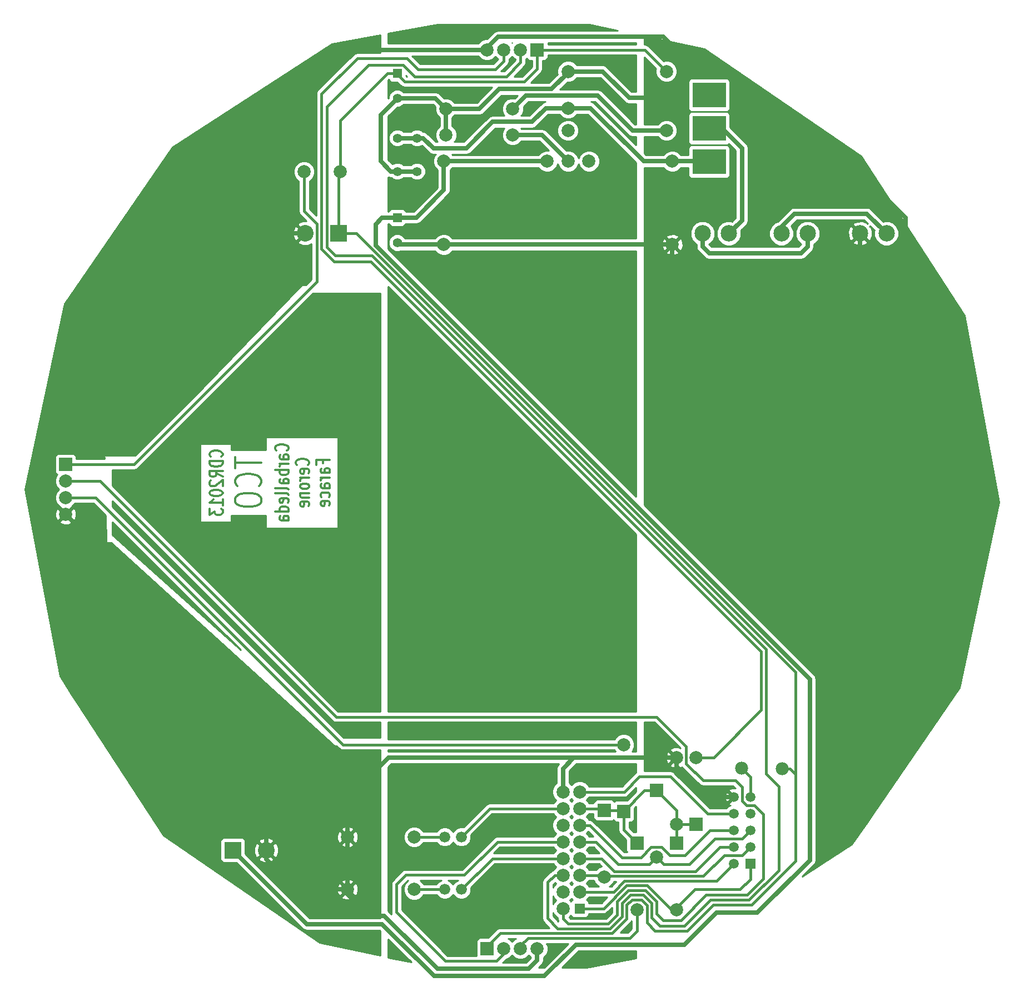
<source format=gbl>
G04 (created by PCBNEW (2013-mar-13)-testing) date Sun 26 May 2013 07:23:25 PM ART*
%MOIN*%
G04 Gerber Fmt 3.4, Leading zero omitted, Abs format*
%FSLAX34Y34*%
G01*
G70*
G90*
G04 APERTURE LIST*
%ADD10C,0.005906*%
%ADD11C,0.012000*%
%ADD12R,0.200000X0.150000*%
%ADD13R,0.078700X0.078700*%
%ADD14C,0.078700*%
%ADD15R,0.060000X0.060000*%
%ADD16C,0.059100*%
%ADD17C,0.066000*%
%ADD18C,0.055000*%
%ADD19R,0.055000X0.055000*%
%ADD20R,0.100000X0.100000*%
%ADD21C,0.100000*%
%ADD22C,0.098400*%
%ADD23C,0.078000*%
%ADD24C,0.025000*%
%ADD25C,0.015000*%
%ADD26C,0.010000*%
G04 APERTURE END LIST*
G54D10*
G54D11*
X45561Y-37047D02*
X45599Y-37018D01*
X45637Y-36933D01*
X45637Y-36876D01*
X45599Y-36790D01*
X45523Y-36733D01*
X45447Y-36704D01*
X45295Y-36676D01*
X45180Y-36676D01*
X45028Y-36704D01*
X44952Y-36733D01*
X44876Y-36790D01*
X44837Y-36876D01*
X44837Y-36933D01*
X44876Y-37018D01*
X44914Y-37047D01*
X45637Y-37561D02*
X45218Y-37561D01*
X45142Y-37533D01*
X45104Y-37476D01*
X45104Y-37361D01*
X45142Y-37304D01*
X45599Y-37561D02*
X45637Y-37504D01*
X45637Y-37361D01*
X45599Y-37304D01*
X45523Y-37276D01*
X45447Y-37276D01*
X45371Y-37304D01*
X45333Y-37361D01*
X45333Y-37504D01*
X45295Y-37561D01*
X45637Y-37847D02*
X45104Y-37847D01*
X45256Y-37847D02*
X45180Y-37876D01*
X45142Y-37904D01*
X45104Y-37961D01*
X45104Y-38018D01*
X45637Y-38218D02*
X44837Y-38218D01*
X45142Y-38218D02*
X45104Y-38276D01*
X45104Y-38390D01*
X45142Y-38447D01*
X45180Y-38476D01*
X45256Y-38504D01*
X45485Y-38504D01*
X45561Y-38476D01*
X45599Y-38447D01*
X45637Y-38390D01*
X45637Y-38276D01*
X45599Y-38218D01*
X45637Y-39018D02*
X45218Y-39018D01*
X45142Y-38990D01*
X45104Y-38933D01*
X45104Y-38818D01*
X45142Y-38761D01*
X45599Y-39018D02*
X45637Y-38961D01*
X45637Y-38818D01*
X45599Y-38761D01*
X45523Y-38733D01*
X45447Y-38733D01*
X45371Y-38761D01*
X45333Y-38818D01*
X45333Y-38961D01*
X45295Y-39018D01*
X45637Y-39390D02*
X45599Y-39333D01*
X45523Y-39304D01*
X44837Y-39304D01*
X45637Y-39704D02*
X45599Y-39647D01*
X45523Y-39618D01*
X44837Y-39618D01*
X45599Y-40161D02*
X45637Y-40104D01*
X45637Y-39990D01*
X45599Y-39933D01*
X45523Y-39904D01*
X45218Y-39904D01*
X45142Y-39933D01*
X45104Y-39990D01*
X45104Y-40104D01*
X45142Y-40161D01*
X45218Y-40190D01*
X45295Y-40190D01*
X45371Y-39904D01*
X45637Y-40704D02*
X44837Y-40704D01*
X45599Y-40704D02*
X45637Y-40647D01*
X45637Y-40533D01*
X45599Y-40476D01*
X45561Y-40447D01*
X45485Y-40418D01*
X45256Y-40418D01*
X45180Y-40447D01*
X45142Y-40476D01*
X45104Y-40533D01*
X45104Y-40647D01*
X45142Y-40704D01*
X45637Y-41247D02*
X45218Y-41247D01*
X45142Y-41218D01*
X45104Y-41161D01*
X45104Y-41047D01*
X45142Y-40990D01*
X45599Y-41247D02*
X45637Y-41190D01*
X45637Y-41047D01*
X45599Y-40990D01*
X45523Y-40961D01*
X45447Y-40961D01*
X45371Y-40990D01*
X45333Y-41047D01*
X45333Y-41190D01*
X45295Y-41247D01*
X46801Y-37918D02*
X46839Y-37890D01*
X46877Y-37804D01*
X46877Y-37747D01*
X46839Y-37661D01*
X46763Y-37604D01*
X46687Y-37576D01*
X46535Y-37547D01*
X46420Y-37547D01*
X46268Y-37576D01*
X46192Y-37604D01*
X46116Y-37661D01*
X46077Y-37747D01*
X46077Y-37804D01*
X46116Y-37890D01*
X46154Y-37918D01*
X46839Y-38404D02*
X46877Y-38347D01*
X46877Y-38233D01*
X46839Y-38176D01*
X46763Y-38147D01*
X46458Y-38147D01*
X46382Y-38176D01*
X46344Y-38233D01*
X46344Y-38347D01*
X46382Y-38404D01*
X46458Y-38433D01*
X46535Y-38433D01*
X46611Y-38147D01*
X46877Y-38690D02*
X46344Y-38690D01*
X46496Y-38690D02*
X46420Y-38718D01*
X46382Y-38747D01*
X46344Y-38804D01*
X46344Y-38861D01*
X46877Y-39147D02*
X46839Y-39090D01*
X46801Y-39061D01*
X46725Y-39033D01*
X46496Y-39033D01*
X46420Y-39061D01*
X46382Y-39090D01*
X46344Y-39147D01*
X46344Y-39233D01*
X46382Y-39290D01*
X46420Y-39318D01*
X46496Y-39347D01*
X46725Y-39347D01*
X46801Y-39318D01*
X46839Y-39290D01*
X46877Y-39233D01*
X46877Y-39147D01*
X46344Y-39604D02*
X46877Y-39604D01*
X46420Y-39604D02*
X46382Y-39633D01*
X46344Y-39690D01*
X46344Y-39776D01*
X46382Y-39833D01*
X46458Y-39861D01*
X46877Y-39861D01*
X46839Y-40376D02*
X46877Y-40318D01*
X46877Y-40204D01*
X46839Y-40147D01*
X46763Y-40118D01*
X46458Y-40118D01*
X46382Y-40147D01*
X46344Y-40204D01*
X46344Y-40318D01*
X46382Y-40376D01*
X46458Y-40404D01*
X46535Y-40404D01*
X46611Y-40118D01*
X47698Y-37818D02*
X47698Y-37618D01*
X48117Y-37618D02*
X47317Y-37618D01*
X47317Y-37904D01*
X48117Y-38390D02*
X47698Y-38390D01*
X47622Y-38361D01*
X47584Y-38304D01*
X47584Y-38190D01*
X47622Y-38133D01*
X48079Y-38390D02*
X48117Y-38333D01*
X48117Y-38190D01*
X48079Y-38133D01*
X48003Y-38104D01*
X47927Y-38104D01*
X47851Y-38133D01*
X47813Y-38190D01*
X47813Y-38333D01*
X47775Y-38390D01*
X48117Y-38676D02*
X47584Y-38676D01*
X47736Y-38676D02*
X47660Y-38704D01*
X47622Y-38733D01*
X47584Y-38790D01*
X47584Y-38847D01*
X48117Y-39304D02*
X47698Y-39304D01*
X47622Y-39276D01*
X47584Y-39218D01*
X47584Y-39104D01*
X47622Y-39047D01*
X48079Y-39304D02*
X48117Y-39247D01*
X48117Y-39104D01*
X48079Y-39047D01*
X48003Y-39018D01*
X47927Y-39018D01*
X47851Y-39047D01*
X47813Y-39104D01*
X47813Y-39247D01*
X47775Y-39304D01*
X48079Y-39847D02*
X48117Y-39790D01*
X48117Y-39676D01*
X48079Y-39618D01*
X48041Y-39590D01*
X47965Y-39561D01*
X47736Y-39561D01*
X47660Y-39590D01*
X47622Y-39618D01*
X47584Y-39676D01*
X47584Y-39790D01*
X47622Y-39847D01*
X48079Y-40333D02*
X48117Y-40276D01*
X48117Y-40161D01*
X48079Y-40104D01*
X48003Y-40076D01*
X47698Y-40076D01*
X47622Y-40104D01*
X47584Y-40161D01*
X47584Y-40276D01*
X47622Y-40333D01*
X47698Y-40361D01*
X47775Y-40361D01*
X47851Y-40076D01*
X42444Y-37429D02*
X42444Y-38104D01*
X44019Y-37766D02*
X42444Y-37766D01*
X43869Y-39172D02*
X43944Y-39116D01*
X44019Y-38947D01*
X44019Y-38835D01*
X43944Y-38666D01*
X43794Y-38554D01*
X43644Y-38497D01*
X43344Y-38441D01*
X43119Y-38441D01*
X42819Y-38497D01*
X42669Y-38554D01*
X42519Y-38666D01*
X42444Y-38835D01*
X42444Y-38947D01*
X42519Y-39116D01*
X42594Y-39172D01*
X42444Y-39903D02*
X42444Y-40128D01*
X42519Y-40241D01*
X42669Y-40353D01*
X42969Y-40410D01*
X43494Y-40410D01*
X43794Y-40353D01*
X43944Y-40241D01*
X44019Y-40128D01*
X44019Y-39903D01*
X43944Y-39791D01*
X43794Y-39678D01*
X43494Y-39622D01*
X42969Y-39622D01*
X42669Y-39678D01*
X42519Y-39791D01*
X42444Y-39903D01*
X41624Y-37418D02*
X41662Y-37390D01*
X41700Y-37304D01*
X41700Y-37247D01*
X41662Y-37161D01*
X41586Y-37104D01*
X41510Y-37075D01*
X41358Y-37047D01*
X41243Y-37047D01*
X41091Y-37075D01*
X41015Y-37104D01*
X40939Y-37161D01*
X40900Y-37247D01*
X40900Y-37304D01*
X40939Y-37390D01*
X40977Y-37418D01*
X41700Y-37675D02*
X40900Y-37675D01*
X40900Y-37818D01*
X40939Y-37904D01*
X41015Y-37961D01*
X41091Y-37990D01*
X41243Y-38018D01*
X41358Y-38018D01*
X41510Y-37990D01*
X41586Y-37961D01*
X41662Y-37904D01*
X41700Y-37818D01*
X41700Y-37675D01*
X41700Y-38618D02*
X41319Y-38418D01*
X41700Y-38275D02*
X40900Y-38275D01*
X40900Y-38504D01*
X40939Y-38561D01*
X40977Y-38590D01*
X41053Y-38618D01*
X41167Y-38618D01*
X41243Y-38590D01*
X41281Y-38561D01*
X41319Y-38504D01*
X41319Y-38275D01*
X40977Y-38847D02*
X40939Y-38875D01*
X40900Y-38933D01*
X40900Y-39075D01*
X40939Y-39133D01*
X40977Y-39161D01*
X41053Y-39190D01*
X41129Y-39190D01*
X41243Y-39161D01*
X41700Y-38818D01*
X41700Y-39190D01*
X40900Y-39561D02*
X40900Y-39618D01*
X40939Y-39676D01*
X40977Y-39704D01*
X41053Y-39733D01*
X41205Y-39761D01*
X41396Y-39761D01*
X41548Y-39733D01*
X41624Y-39704D01*
X41662Y-39676D01*
X41700Y-39618D01*
X41700Y-39561D01*
X41662Y-39504D01*
X41624Y-39476D01*
X41548Y-39447D01*
X41396Y-39418D01*
X41205Y-39418D01*
X41053Y-39447D01*
X40977Y-39476D01*
X40939Y-39504D01*
X40900Y-39561D01*
X41700Y-40333D02*
X41700Y-39990D01*
X41700Y-40161D02*
X40900Y-40161D01*
X41015Y-40104D01*
X41091Y-40047D01*
X41129Y-39990D01*
X40900Y-40533D02*
X40900Y-40904D01*
X41205Y-40704D01*
X41205Y-40790D01*
X41243Y-40847D01*
X41281Y-40876D01*
X41358Y-40904D01*
X41548Y-40904D01*
X41624Y-40876D01*
X41662Y-40847D01*
X41700Y-40790D01*
X41700Y-40618D01*
X41662Y-40561D01*
X41624Y-40533D01*
G54D12*
X70866Y-17717D03*
X70866Y-15717D03*
X70866Y-19717D03*
G54D13*
X57555Y-66929D03*
G54D14*
X58555Y-66929D03*
X59555Y-66929D03*
X60555Y-66929D03*
G54D13*
X32283Y-37870D03*
G54D14*
X32283Y-38870D03*
X32283Y-39870D03*
X32283Y-40870D03*
G54D13*
X60555Y-12992D03*
G54D14*
X59555Y-12992D03*
X58555Y-12992D03*
X57555Y-12992D03*
X53181Y-60236D03*
X49181Y-60236D03*
X68898Y-59480D03*
X68898Y-55480D03*
X55087Y-18110D03*
X59087Y-18110D03*
X59087Y-16535D03*
X55087Y-16535D03*
X53181Y-63386D03*
X49181Y-63386D03*
G54D15*
X73335Y-61843D03*
G54D16*
X72335Y-61843D03*
X73335Y-60843D03*
X72335Y-60843D03*
X73335Y-59843D03*
X72335Y-59843D03*
X73335Y-58843D03*
X72335Y-58843D03*
X73335Y-57843D03*
X72335Y-57843D03*
G54D17*
X56012Y-63386D03*
X55012Y-63386D03*
X56012Y-60236D03*
X55012Y-60236D03*
G54D14*
X64567Y-62630D03*
G54D13*
X64567Y-58630D03*
G54D14*
X67717Y-61449D03*
G54D13*
X67717Y-57449D03*
G54D14*
X68898Y-64598D03*
G54D13*
X68898Y-60598D03*
G54D14*
X66535Y-64598D03*
G54D13*
X66535Y-60598D03*
G54D14*
X65748Y-54693D03*
G54D13*
X65748Y-58693D03*
G54D14*
X70079Y-55480D03*
G54D13*
X70079Y-59480D03*
G54D18*
X52165Y-20291D03*
X52165Y-18291D03*
X53346Y-20291D03*
X53346Y-18291D03*
G54D19*
X52165Y-23069D03*
G54D18*
X52165Y-24569D03*
G54D20*
X42307Y-61024D03*
G54D21*
X44307Y-61024D03*
G54D20*
X48638Y-24016D03*
G54D21*
X46638Y-24016D03*
G54D15*
X63098Y-64524D03*
G54D14*
X62098Y-64524D03*
X63098Y-63524D03*
X62098Y-63524D03*
X63098Y-62524D03*
X62098Y-62524D03*
X63098Y-61524D03*
X62098Y-61524D03*
X63098Y-60524D03*
X62098Y-60524D03*
X63098Y-59524D03*
X62098Y-59524D03*
X63098Y-58524D03*
X62098Y-58524D03*
X63098Y-57524D03*
X62098Y-57524D03*
G54D19*
X52165Y-14407D03*
G54D18*
X52165Y-15907D03*
G54D22*
X72047Y-24016D03*
X70473Y-24016D03*
X76771Y-24016D03*
X75197Y-24016D03*
X81496Y-24016D03*
X79922Y-24016D03*
G54D14*
X61161Y-19685D03*
X62411Y-19685D03*
X68661Y-24685D03*
X68661Y-24685D03*
X63661Y-19685D03*
X68661Y-19685D03*
X54961Y-24685D03*
X54961Y-19685D03*
X62404Y-14292D03*
X62404Y-17842D03*
X62404Y-16492D03*
X68304Y-14292D03*
X68304Y-17842D03*
X46575Y-20315D03*
G54D23*
X72825Y-56122D03*
X75256Y-56132D03*
G54D14*
X48740Y-20315D03*
G54D24*
X62874Y-66693D02*
X69390Y-66693D01*
X57953Y-68583D02*
X57913Y-68583D01*
X52165Y-23069D02*
X53309Y-23069D01*
X54370Y-68583D02*
X51259Y-65472D01*
X54961Y-19685D02*
X61161Y-19685D01*
X50866Y-24724D02*
X50866Y-23464D01*
X76909Y-50767D02*
X50866Y-24724D01*
X57953Y-68583D02*
X54370Y-68583D01*
X51261Y-23069D02*
X50866Y-23464D01*
X52165Y-23069D02*
X51261Y-23069D01*
X59646Y-68583D02*
X60984Y-68583D01*
X51259Y-65472D02*
X46755Y-65472D01*
X69390Y-66693D02*
X71309Y-64774D01*
X71309Y-64774D02*
X73760Y-64774D01*
X73760Y-64774D02*
X76909Y-61625D01*
X76909Y-61625D02*
X76909Y-56378D01*
X59646Y-68583D02*
X57953Y-68583D01*
X53309Y-23069D02*
X54961Y-21417D01*
X76909Y-56378D02*
X76909Y-50767D01*
X46755Y-65472D02*
X42307Y-61024D01*
X54961Y-21417D02*
X54961Y-19685D01*
X60984Y-68583D02*
X62874Y-66693D01*
G54D25*
X67142Y-65246D02*
X67142Y-65390D01*
X76039Y-56472D02*
X76039Y-50353D01*
X76039Y-56614D02*
X76039Y-56472D01*
X76039Y-50353D02*
X49702Y-24016D01*
X75699Y-56132D02*
X76039Y-56472D01*
X49702Y-24016D02*
X48638Y-24016D01*
X67142Y-65390D02*
X67628Y-65876D01*
X76039Y-56614D02*
X76039Y-57165D01*
X47352Y-26900D02*
X47352Y-23445D01*
X36382Y-37870D02*
X47352Y-26900D01*
X60555Y-12992D02*
X67004Y-12992D01*
X73335Y-56632D02*
X72825Y-56122D01*
X65038Y-66017D02*
X65925Y-65130D01*
X48740Y-17234D02*
X51567Y-14407D01*
X51567Y-14407D02*
X52165Y-14407D01*
X48740Y-20315D02*
X48740Y-17234D01*
X47352Y-23445D02*
X46575Y-22668D01*
X46575Y-22668D02*
X46575Y-20315D01*
X67628Y-65876D02*
X69547Y-65876D01*
X73335Y-57843D02*
X73335Y-56632D01*
X76039Y-57165D02*
X76039Y-58228D01*
X75256Y-56132D02*
X75699Y-56132D01*
X48638Y-24016D02*
X48638Y-20417D01*
X48638Y-20417D02*
X48740Y-20315D01*
X58357Y-66017D02*
X65038Y-66017D01*
X65925Y-65130D02*
X65925Y-64323D01*
X57555Y-66819D02*
X58357Y-66017D01*
X71102Y-64321D02*
X73396Y-64321D01*
X52165Y-14407D02*
X52165Y-14488D01*
X57555Y-66929D02*
X57555Y-66819D01*
X32283Y-37870D02*
X36382Y-37870D01*
X67004Y-12992D02*
X68304Y-14292D01*
X76039Y-61678D02*
X76039Y-58228D01*
X69547Y-65876D02*
X71102Y-64321D01*
X52165Y-14488D02*
X52598Y-14921D01*
X67142Y-64331D02*
X67142Y-65246D01*
X66252Y-63996D02*
X66807Y-63996D01*
X65925Y-64323D02*
X66252Y-63996D01*
X66807Y-63996D02*
X67142Y-64331D01*
X52598Y-14921D02*
X59764Y-14921D01*
X60555Y-14130D02*
X60555Y-12992D01*
X59764Y-14921D02*
X60555Y-14130D01*
X73396Y-64321D02*
X76039Y-61678D01*
G54D24*
X61067Y-16492D02*
X62404Y-16492D01*
X53346Y-18291D02*
X53724Y-18291D01*
X60236Y-17323D02*
X61067Y-16492D01*
X63736Y-16492D02*
X66929Y-19685D01*
X53724Y-18291D02*
X54331Y-18898D01*
X56299Y-18898D02*
X57874Y-17323D01*
X54331Y-18898D02*
X56299Y-18898D01*
X52165Y-18291D02*
X53346Y-18291D01*
X62404Y-16492D02*
X63736Y-16492D01*
X70834Y-19685D02*
X70866Y-19717D01*
X68661Y-19685D02*
X70834Y-19685D01*
X57874Y-17323D02*
X60236Y-17323D01*
X66929Y-19685D02*
X68661Y-19685D01*
G54D25*
X68543Y-56614D02*
X68534Y-56614D01*
X65783Y-57524D02*
X63098Y-57524D01*
X68346Y-56614D02*
X66693Y-56614D01*
X66693Y-56614D02*
X65783Y-57524D01*
X70763Y-58843D02*
X68534Y-56614D01*
X72335Y-58843D02*
X70763Y-58843D01*
X68534Y-56614D02*
X68346Y-56614D01*
X66992Y-57449D02*
X65748Y-58693D01*
X67717Y-57449D02*
X66992Y-57449D01*
X64567Y-58630D02*
X65685Y-58630D01*
X64461Y-58524D02*
X64567Y-58630D01*
X65748Y-58693D02*
X65748Y-59811D01*
X68898Y-59480D02*
X68898Y-58630D01*
X68898Y-58630D02*
X67717Y-57449D01*
X70079Y-59480D02*
X68898Y-59480D01*
X65748Y-59811D02*
X66535Y-60598D01*
X63098Y-58524D02*
X64461Y-58524D01*
X65685Y-58630D02*
X65748Y-58693D01*
X68898Y-60598D02*
X68898Y-59480D01*
X65748Y-54693D02*
X48906Y-54693D01*
X34083Y-39870D02*
X32283Y-39870D01*
X48906Y-54693D02*
X34083Y-39870D01*
X50591Y-25709D02*
X48386Y-25709D01*
X73995Y-49113D02*
X50591Y-25709D01*
X73995Y-52619D02*
X73995Y-49113D01*
X71134Y-55480D02*
X73995Y-52619D01*
X53397Y-14161D02*
X52732Y-13496D01*
X58555Y-13661D02*
X58055Y-14161D01*
X49781Y-13496D02*
X50504Y-13496D01*
X52732Y-13496D02*
X50504Y-13496D01*
X58055Y-14161D02*
X53397Y-14161D01*
X48386Y-25709D02*
X47624Y-24947D01*
X70079Y-55480D02*
X71134Y-55480D01*
X47624Y-15653D02*
X49781Y-13496D01*
X47624Y-24947D02*
X47624Y-15653D01*
X58555Y-12992D02*
X58555Y-13661D01*
X59555Y-66929D02*
X59555Y-66752D01*
X59555Y-66752D02*
X60008Y-66299D01*
X60008Y-66299D02*
X66114Y-66299D01*
X66114Y-66299D02*
X66535Y-65878D01*
X66535Y-65878D02*
X66535Y-64598D01*
X72839Y-61339D02*
X73335Y-60843D01*
X67087Y-62586D02*
X70524Y-62586D01*
X63098Y-62524D02*
X64461Y-62524D01*
X64461Y-62524D02*
X64567Y-62630D01*
X64611Y-62586D02*
X64567Y-62630D01*
X67087Y-62586D02*
X64611Y-62586D01*
X70524Y-62586D02*
X71771Y-61339D01*
X71771Y-61339D02*
X72839Y-61339D01*
X64461Y-62524D02*
X64567Y-62630D01*
X68144Y-61876D02*
X69689Y-61876D01*
X64076Y-60524D02*
X65426Y-61874D01*
X65426Y-61874D02*
X67292Y-61874D01*
X63098Y-60524D02*
X64076Y-60524D01*
X67292Y-61874D02*
X67717Y-61449D01*
X71221Y-60344D02*
X72834Y-60344D01*
X69689Y-61876D02*
X71221Y-60344D01*
X68144Y-61876D02*
X67717Y-61449D01*
X68158Y-61890D02*
X68144Y-61876D01*
X72834Y-60344D02*
X73335Y-59843D01*
X63098Y-64524D02*
X64532Y-64524D01*
X68898Y-64598D02*
X68898Y-64488D01*
X65906Y-63150D02*
X67155Y-63150D01*
X70000Y-63386D02*
X72717Y-63386D01*
X72717Y-63386D02*
X73335Y-62768D01*
X73335Y-62768D02*
X73335Y-61843D01*
X64532Y-64524D02*
X65906Y-63150D01*
X68603Y-64598D02*
X68898Y-64598D01*
X67155Y-63150D02*
X68603Y-64598D01*
X68898Y-64488D02*
X70000Y-63386D01*
X58555Y-66929D02*
X58555Y-67248D01*
X52677Y-62520D02*
X52126Y-63071D01*
X56181Y-62520D02*
X52677Y-62520D01*
X58177Y-60524D02*
X56181Y-62520D01*
X52126Y-64756D02*
X52126Y-63662D01*
X55059Y-67689D02*
X52126Y-64756D01*
X58114Y-67689D02*
X55059Y-67689D01*
X52126Y-63071D02*
X52126Y-63662D01*
X62098Y-60524D02*
X58177Y-60524D01*
X58555Y-67248D02*
X58114Y-67689D01*
X74267Y-56443D02*
X74267Y-55039D01*
X61181Y-65121D02*
X61795Y-65735D01*
X61795Y-65735D02*
X64923Y-65735D01*
X47933Y-24833D02*
X47933Y-16919D01*
X66137Y-63714D02*
X66923Y-63714D01*
X47933Y-16919D02*
X47933Y-16407D01*
X50669Y-13898D02*
X52520Y-13898D01*
X67424Y-64215D02*
X67424Y-64793D01*
X48454Y-25354D02*
X47933Y-24833D01*
X75039Y-61673D02*
X75039Y-59400D01*
X75039Y-57215D02*
X74267Y-56443D01*
X67913Y-65571D02*
X69390Y-65571D01*
X73247Y-64016D02*
X75039Y-62224D01*
X75039Y-62224D02*
X75039Y-61673D01*
X70945Y-64016D02*
X73247Y-64016D01*
X61181Y-62952D02*
X61181Y-64197D01*
X61609Y-62524D02*
X62098Y-62524D01*
X67424Y-65082D02*
X67913Y-65571D01*
X50442Y-13898D02*
X50669Y-13898D01*
X74267Y-55039D02*
X74267Y-48965D01*
X61181Y-64197D02*
X61181Y-65121D01*
X52520Y-13898D02*
X53228Y-14606D01*
X61609Y-62524D02*
X61181Y-62952D01*
X67424Y-64793D02*
X67424Y-65082D01*
X47933Y-16407D02*
X50442Y-13898D01*
X50656Y-25354D02*
X48454Y-25354D01*
X74267Y-48965D02*
X50656Y-25354D01*
X66923Y-63714D02*
X67424Y-64215D01*
X69390Y-65571D02*
X70945Y-64016D01*
X75039Y-59400D02*
X75039Y-57215D01*
X64923Y-65735D02*
X65643Y-65015D01*
X65643Y-64208D02*
X66137Y-63714D01*
X65643Y-65015D02*
X65643Y-64208D01*
X53228Y-14606D02*
X58701Y-14606D01*
X59555Y-12992D02*
X59555Y-13752D01*
X58701Y-14606D02*
X59555Y-13752D01*
X73131Y-63720D02*
X74102Y-62749D01*
X70690Y-63720D02*
X73131Y-63720D01*
X68100Y-65246D02*
X69164Y-65246D01*
X62098Y-65141D02*
X62098Y-64524D01*
X69164Y-65246D02*
X70690Y-63720D01*
X67706Y-64852D02*
X68100Y-65246D01*
X67706Y-64783D02*
X67706Y-64852D01*
X67039Y-63432D02*
X67706Y-64099D01*
X74102Y-62749D02*
X74102Y-60307D01*
X66022Y-63432D02*
X67039Y-63432D01*
X65361Y-64093D02*
X66022Y-63432D01*
X65361Y-64900D02*
X65361Y-64093D01*
X62410Y-65453D02*
X64808Y-65453D01*
X64808Y-65453D02*
X65361Y-64900D01*
X62098Y-65141D02*
X62410Y-65453D01*
X34342Y-38870D02*
X48503Y-53031D01*
X72835Y-58071D02*
X73110Y-58346D01*
X73573Y-58346D02*
X74102Y-58875D01*
X67706Y-64099D02*
X67706Y-64783D01*
X72430Y-56850D02*
X72835Y-57255D01*
X73110Y-58346D02*
X73573Y-58346D01*
X69488Y-55561D02*
X69488Y-55837D01*
X74102Y-58875D02*
X74102Y-60307D01*
X72835Y-57255D02*
X72835Y-58071D01*
X70501Y-56850D02*
X72430Y-56850D01*
X69488Y-54791D02*
X69488Y-55561D01*
X32283Y-38870D02*
X34342Y-38870D01*
X48503Y-53031D02*
X64417Y-53031D01*
X64417Y-53031D02*
X67728Y-53031D01*
X67728Y-53031D02*
X69488Y-54791D01*
X69488Y-55837D02*
X70501Y-56850D01*
X65638Y-61465D02*
X66773Y-61465D01*
X70905Y-59843D02*
X72335Y-59843D01*
X69409Y-61339D02*
X70905Y-59843D01*
X68505Y-61339D02*
X69409Y-61339D01*
X68022Y-60856D02*
X68505Y-61339D01*
X67382Y-60856D02*
X68022Y-60856D01*
X66773Y-61465D02*
X67382Y-60856D01*
X63098Y-59524D02*
X63697Y-59524D01*
X63697Y-59524D02*
X65638Y-61465D01*
X63098Y-63524D02*
X65134Y-63524D01*
X67126Y-62868D02*
X71310Y-62868D01*
X71310Y-62868D02*
X72335Y-61843D01*
X65134Y-63524D02*
X65790Y-62868D01*
X65790Y-62868D02*
X67126Y-62868D01*
X69765Y-62304D02*
X70059Y-62304D01*
X64414Y-61524D02*
X65194Y-62304D01*
X65194Y-62304D02*
X69765Y-62304D01*
X63098Y-61524D02*
X64414Y-61524D01*
X71520Y-60843D02*
X72335Y-60843D01*
X70059Y-62304D02*
X71520Y-60843D01*
G54D24*
X51378Y-64961D02*
X54567Y-68150D01*
X42914Y-24016D02*
X31220Y-35710D01*
X57555Y-12992D02*
X57555Y-12878D01*
X49181Y-63669D02*
X50473Y-64961D01*
X46134Y-63386D02*
X49181Y-63386D01*
X50473Y-64961D02*
X51378Y-64961D01*
X62404Y-14292D02*
X64489Y-14292D01*
X68111Y-12205D02*
X70552Y-14646D01*
X58228Y-12205D02*
X68111Y-12205D01*
X57555Y-12878D02*
X58228Y-12205D01*
X42914Y-24016D02*
X42914Y-19055D01*
X68150Y-15866D02*
X69370Y-14646D01*
X81063Y-25984D02*
X79134Y-25984D01*
X66063Y-15866D02*
X68150Y-15866D01*
X42914Y-19055D02*
X48977Y-12992D01*
X68898Y-55480D02*
X68898Y-56015D01*
X48977Y-12992D02*
X57555Y-12992D01*
X44307Y-61559D02*
X46134Y-63386D01*
X44307Y-61024D02*
X44307Y-52894D01*
X44307Y-52894D02*
X32283Y-40870D01*
X62098Y-57524D02*
X62098Y-56130D01*
X62098Y-56130D02*
X62748Y-55480D01*
X49181Y-60236D02*
X49181Y-57945D01*
X49181Y-57945D02*
X51646Y-55480D01*
X51646Y-55480D02*
X62748Y-55480D01*
X62748Y-55480D02*
X68898Y-55480D01*
X54567Y-68150D02*
X60039Y-68150D01*
X49181Y-60236D02*
X49181Y-63386D01*
X70726Y-57843D02*
X72335Y-57843D01*
X60555Y-67634D02*
X60555Y-66929D01*
X60039Y-68150D02*
X60555Y-67634D01*
X68898Y-56015D02*
X70726Y-57843D01*
X44307Y-61024D02*
X44307Y-61559D01*
X49181Y-63386D02*
X49181Y-63669D01*
X69646Y-14646D02*
X70552Y-14646D01*
X82638Y-24409D02*
X81063Y-25984D01*
X69370Y-14646D02*
X69646Y-14646D01*
X31220Y-39807D02*
X32283Y-40870D01*
X31220Y-35710D02*
X31220Y-39807D01*
X46638Y-24016D02*
X42914Y-24016D01*
X82638Y-23071D02*
X82638Y-24409D01*
X81536Y-21969D02*
X82638Y-23071D01*
X64489Y-14292D02*
X66063Y-15866D01*
X51181Y-19685D02*
X51181Y-16891D01*
X72362Y-14646D02*
X79685Y-21969D01*
X61417Y-15354D02*
X58268Y-15354D01*
X70552Y-14646D02*
X72362Y-14646D01*
X62404Y-14292D02*
X62404Y-14367D01*
X79685Y-21969D02*
X81536Y-21969D01*
X51181Y-16891D02*
X52165Y-15907D01*
X55087Y-16535D02*
X57087Y-16535D01*
X79922Y-25196D02*
X79922Y-24016D01*
X68661Y-25354D02*
X69291Y-25984D01*
X62404Y-14367D02*
X61417Y-15354D01*
X79134Y-25984D02*
X79922Y-25196D01*
X57087Y-16535D02*
X58268Y-15354D01*
X68661Y-24685D02*
X68661Y-25354D01*
X52165Y-20291D02*
X51787Y-20291D01*
X69291Y-25984D02*
X79134Y-25984D01*
X51787Y-20291D02*
X51181Y-19685D01*
X52165Y-15907D02*
X54459Y-15907D01*
X54459Y-15907D02*
X55087Y-16535D01*
X55087Y-18110D02*
X55087Y-16535D01*
X53346Y-20291D02*
X52165Y-20291D01*
X54961Y-24685D02*
X52281Y-24685D01*
X52281Y-24685D02*
X52165Y-24569D01*
X54961Y-24685D02*
X68661Y-24685D01*
X59087Y-18110D02*
X60836Y-18110D01*
X60836Y-18110D02*
X62411Y-19685D01*
G54D25*
X62098Y-58524D02*
X57724Y-58524D01*
X57724Y-58524D02*
X56012Y-60236D01*
X53181Y-60236D02*
X55012Y-60236D01*
X53181Y-63386D02*
X55012Y-63386D01*
G54D24*
X68304Y-17842D02*
X66267Y-17842D01*
X59874Y-15748D02*
X59087Y-16535D01*
X64173Y-15748D02*
X59874Y-15748D01*
X66267Y-17842D02*
X64173Y-15748D01*
X70473Y-24804D02*
X70866Y-25197D01*
X70866Y-25197D02*
X76378Y-25197D01*
X76378Y-25197D02*
X76771Y-24804D01*
X76771Y-24804D02*
X76771Y-24016D01*
X70473Y-24016D02*
X70473Y-24804D01*
X75197Y-24016D02*
X75197Y-23622D01*
X80315Y-22835D02*
X81496Y-24016D01*
X75984Y-22835D02*
X80315Y-22835D01*
X75197Y-23622D02*
X75984Y-22835D01*
X70866Y-17717D02*
X71654Y-17717D01*
X72835Y-23228D02*
X72047Y-24016D01*
X72835Y-18898D02*
X72835Y-23228D01*
X71654Y-17717D02*
X72835Y-18898D01*
G54D25*
X62098Y-61524D02*
X57874Y-61524D01*
X57874Y-61524D02*
X56012Y-63386D01*
G54D10*
G36*
X52758Y-14596D02*
X52733Y-14596D01*
X52689Y-14552D01*
X52689Y-14527D01*
X52758Y-14596D01*
X52758Y-14596D01*
G37*
G54D26*
X52758Y-14596D02*
X52733Y-14596D01*
X52689Y-14552D01*
X52689Y-14527D01*
X52758Y-14596D01*
G54D10*
G36*
X53012Y-67756D02*
X51625Y-67461D01*
X51625Y-66368D01*
X53012Y-67756D01*
X53012Y-67756D01*
G37*
G54D26*
X53012Y-67756D02*
X51625Y-67461D01*
X51625Y-66368D01*
X53012Y-67756D01*
G54D10*
G36*
X54712Y-17576D02*
X54543Y-17745D01*
X54444Y-17981D01*
X54444Y-18237D01*
X54542Y-18473D01*
X54591Y-18523D01*
X54486Y-18523D01*
X53989Y-18026D01*
X53868Y-17945D01*
X53724Y-17916D01*
X53713Y-17916D01*
X53644Y-17846D01*
X53451Y-17766D01*
X53242Y-17766D01*
X53049Y-17846D01*
X52978Y-17916D01*
X52532Y-17916D01*
X52463Y-17846D01*
X52270Y-17766D01*
X52061Y-17766D01*
X51868Y-17846D01*
X51720Y-17993D01*
X51640Y-18186D01*
X51640Y-18395D01*
X51720Y-18588D01*
X51867Y-18736D01*
X52060Y-18816D01*
X52269Y-18816D01*
X52462Y-18736D01*
X52532Y-18666D01*
X52978Y-18666D01*
X53048Y-18736D01*
X53241Y-18816D01*
X53450Y-18816D01*
X53640Y-18737D01*
X54066Y-19163D01*
X54187Y-19244D01*
X54188Y-19244D01*
X54331Y-19273D01*
X54464Y-19273D01*
X54417Y-19320D01*
X54318Y-19556D01*
X54318Y-19812D01*
X54416Y-20048D01*
X54586Y-20218D01*
X54586Y-21262D01*
X53154Y-22694D01*
X52667Y-22694D01*
X52651Y-22653D01*
X52581Y-22583D01*
X52490Y-22545D01*
X52391Y-22545D01*
X51841Y-22545D01*
X51749Y-22583D01*
X51679Y-22653D01*
X51661Y-22694D01*
X51625Y-22694D01*
X51625Y-20624D01*
X51643Y-20637D01*
X51644Y-20637D01*
X51787Y-20666D01*
X51797Y-20666D01*
X51867Y-20736D01*
X52060Y-20816D01*
X52269Y-20816D01*
X52462Y-20736D01*
X52532Y-20666D01*
X52978Y-20666D01*
X53048Y-20736D01*
X53241Y-20816D01*
X53450Y-20816D01*
X53643Y-20736D01*
X53791Y-20589D01*
X53871Y-20396D01*
X53871Y-20187D01*
X53791Y-19994D01*
X53644Y-19846D01*
X53451Y-19766D01*
X53242Y-19766D01*
X53049Y-19846D01*
X52978Y-19916D01*
X52532Y-19916D01*
X52463Y-19846D01*
X52270Y-19766D01*
X52061Y-19766D01*
X51870Y-19844D01*
X51625Y-19599D01*
X51625Y-16977D01*
X52170Y-16432D01*
X52269Y-16432D01*
X52462Y-16352D01*
X52532Y-16282D01*
X54304Y-16282D01*
X54444Y-16422D01*
X54444Y-16662D01*
X54542Y-16898D01*
X54712Y-17068D01*
X54712Y-17576D01*
X54712Y-17576D01*
G37*
G54D26*
X54712Y-17576D02*
X54543Y-17745D01*
X54444Y-17981D01*
X54444Y-18237D01*
X54542Y-18473D01*
X54591Y-18523D01*
X54486Y-18523D01*
X53989Y-18026D01*
X53868Y-17945D01*
X53724Y-17916D01*
X53713Y-17916D01*
X53644Y-17846D01*
X53451Y-17766D01*
X53242Y-17766D01*
X53049Y-17846D01*
X52978Y-17916D01*
X52532Y-17916D01*
X52463Y-17846D01*
X52270Y-17766D01*
X52061Y-17766D01*
X51868Y-17846D01*
X51720Y-17993D01*
X51640Y-18186D01*
X51640Y-18395D01*
X51720Y-18588D01*
X51867Y-18736D01*
X52060Y-18816D01*
X52269Y-18816D01*
X52462Y-18736D01*
X52532Y-18666D01*
X52978Y-18666D01*
X53048Y-18736D01*
X53241Y-18816D01*
X53450Y-18816D01*
X53640Y-18737D01*
X54066Y-19163D01*
X54187Y-19244D01*
X54188Y-19244D01*
X54331Y-19273D01*
X54464Y-19273D01*
X54417Y-19320D01*
X54318Y-19556D01*
X54318Y-19812D01*
X54416Y-20048D01*
X54586Y-20218D01*
X54586Y-21262D01*
X53154Y-22694D01*
X52667Y-22694D01*
X52651Y-22653D01*
X52581Y-22583D01*
X52490Y-22545D01*
X52391Y-22545D01*
X51841Y-22545D01*
X51749Y-22583D01*
X51679Y-22653D01*
X51661Y-22694D01*
X51625Y-22694D01*
X51625Y-20624D01*
X51643Y-20637D01*
X51644Y-20637D01*
X51787Y-20666D01*
X51797Y-20666D01*
X51867Y-20736D01*
X52060Y-20816D01*
X52269Y-20816D01*
X52462Y-20736D01*
X52532Y-20666D01*
X52978Y-20666D01*
X53048Y-20736D01*
X53241Y-20816D01*
X53450Y-20816D01*
X53643Y-20736D01*
X53791Y-20589D01*
X53871Y-20396D01*
X53871Y-20187D01*
X53791Y-19994D01*
X53644Y-19846D01*
X53451Y-19766D01*
X53242Y-19766D01*
X53049Y-19846D01*
X52978Y-19916D01*
X52532Y-19916D01*
X52463Y-19846D01*
X52270Y-19766D01*
X52061Y-19766D01*
X51870Y-19844D01*
X51625Y-19599D01*
X51625Y-16977D01*
X52170Y-16432D01*
X52269Y-16432D01*
X52462Y-16352D01*
X52532Y-16282D01*
X54304Y-16282D01*
X54444Y-16422D01*
X54444Y-16662D01*
X54542Y-16898D01*
X54712Y-17068D01*
X54712Y-17576D01*
G54D10*
G36*
X54802Y-62845D02*
X54684Y-62894D01*
X54521Y-63057D01*
X54519Y-63061D01*
X53741Y-63061D01*
X53726Y-63023D01*
X53548Y-62845D01*
X54802Y-62845D01*
X54802Y-62845D01*
G37*
G54D26*
X54802Y-62845D02*
X54684Y-62894D01*
X54521Y-63057D01*
X54519Y-63061D01*
X53741Y-63061D01*
X53726Y-63023D01*
X53548Y-62845D01*
X54802Y-62845D01*
G54D10*
G36*
X55802Y-62845D02*
X55684Y-62894D01*
X55521Y-63057D01*
X55512Y-63077D01*
X55504Y-63058D01*
X55341Y-62895D01*
X55221Y-62845D01*
X55802Y-62845D01*
X55802Y-62845D01*
G37*
G54D26*
X55802Y-62845D02*
X55684Y-62894D01*
X55521Y-63057D01*
X55512Y-63077D01*
X55504Y-63058D01*
X55341Y-62895D01*
X55221Y-62845D01*
X55802Y-62845D01*
G54D10*
G36*
X57846Y-15246D02*
X56932Y-16160D01*
X55620Y-16160D01*
X55452Y-15991D01*
X55216Y-15892D01*
X54974Y-15892D01*
X54724Y-15642D01*
X54603Y-15561D01*
X54459Y-15532D01*
X52532Y-15532D01*
X52463Y-15462D01*
X52270Y-15382D01*
X52061Y-15382D01*
X51868Y-15462D01*
X51720Y-15609D01*
X51640Y-15802D01*
X51640Y-15901D01*
X51625Y-15916D01*
X51625Y-14809D01*
X51659Y-14774D01*
X51679Y-14823D01*
X51749Y-14893D01*
X51840Y-14931D01*
X51939Y-14931D01*
X52148Y-14931D01*
X52368Y-15151D01*
X52473Y-15221D01*
X52474Y-15221D01*
X52598Y-15246D01*
X57846Y-15246D01*
X57846Y-15246D01*
G37*
G54D26*
X57846Y-15246D02*
X56932Y-16160D01*
X55620Y-16160D01*
X55452Y-15991D01*
X55216Y-15892D01*
X54974Y-15892D01*
X54724Y-15642D01*
X54603Y-15561D01*
X54459Y-15532D01*
X52532Y-15532D01*
X52463Y-15462D01*
X52270Y-15382D01*
X52061Y-15382D01*
X51868Y-15462D01*
X51720Y-15609D01*
X51640Y-15802D01*
X51640Y-15901D01*
X51625Y-15916D01*
X51625Y-14809D01*
X51659Y-14774D01*
X51679Y-14823D01*
X51749Y-14893D01*
X51840Y-14931D01*
X51939Y-14931D01*
X52148Y-14931D01*
X52368Y-15151D01*
X52473Y-15221D01*
X52474Y-15221D01*
X52598Y-15246D01*
X57846Y-15246D01*
G54D10*
G36*
X58211Y-13544D02*
X57920Y-13836D01*
X53531Y-13836D01*
X53062Y-13367D01*
X57021Y-13367D01*
X57190Y-13536D01*
X57426Y-13635D01*
X57682Y-13635D01*
X57918Y-13537D01*
X58055Y-13400D01*
X58190Y-13536D01*
X58211Y-13544D01*
X58211Y-13544D01*
G37*
G54D26*
X58211Y-13544D02*
X57920Y-13836D01*
X53531Y-13836D01*
X53062Y-13367D01*
X57021Y-13367D01*
X57190Y-13536D01*
X57426Y-13635D01*
X57682Y-13635D01*
X57918Y-13537D01*
X58055Y-13400D01*
X58190Y-13536D01*
X58211Y-13544D01*
G54D10*
G36*
X59058Y-12580D02*
X59054Y-12583D01*
X59051Y-12580D01*
X59058Y-12580D01*
X59058Y-12580D01*
G37*
G54D26*
X59058Y-12580D02*
X59054Y-12583D01*
X59051Y-12580D01*
X59058Y-12580D01*
G54D10*
G36*
X59230Y-13617D02*
X58566Y-14281D01*
X58395Y-14281D01*
X58785Y-13891D01*
X58855Y-13786D01*
X58855Y-13785D01*
X58880Y-13661D01*
X58880Y-13552D01*
X58918Y-13537D01*
X59055Y-13400D01*
X59190Y-13536D01*
X59230Y-13552D01*
X59230Y-13617D01*
X59230Y-13617D01*
G37*
G54D26*
X59230Y-13617D02*
X58566Y-14281D01*
X58395Y-14281D01*
X58785Y-13891D01*
X58855Y-13786D01*
X58855Y-13785D01*
X58880Y-13661D01*
X58880Y-13552D01*
X58918Y-13537D01*
X59055Y-13400D01*
X59190Y-13536D01*
X59230Y-13552D01*
X59230Y-13617D01*
G54D10*
G36*
X59293Y-66342D02*
X59192Y-66384D01*
X59054Y-66520D01*
X58920Y-66385D01*
X58817Y-66342D01*
X59293Y-66342D01*
X59293Y-66342D01*
G37*
G54D26*
X59293Y-66342D02*
X59192Y-66384D01*
X59054Y-66520D01*
X58920Y-66385D01*
X58817Y-66342D01*
X59293Y-66342D01*
G54D10*
G36*
X59363Y-15729D02*
X59200Y-15892D01*
X58960Y-15892D01*
X58724Y-15990D01*
X58543Y-16170D01*
X58444Y-16406D01*
X58444Y-16662D01*
X58542Y-16898D01*
X58591Y-16948D01*
X57874Y-16948D01*
X57730Y-16977D01*
X57609Y-17058D01*
X56144Y-18523D01*
X55582Y-18523D01*
X55631Y-18475D01*
X55730Y-18239D01*
X55730Y-17983D01*
X55632Y-17747D01*
X55462Y-17576D01*
X55462Y-17068D01*
X55620Y-16910D01*
X57087Y-16910D01*
X57230Y-16881D01*
X57231Y-16881D01*
X57352Y-16800D01*
X58423Y-15729D01*
X59363Y-15729D01*
X59363Y-15729D01*
G37*
G54D26*
X59363Y-15729D02*
X59200Y-15892D01*
X58960Y-15892D01*
X58724Y-15990D01*
X58543Y-16170D01*
X58444Y-16406D01*
X58444Y-16662D01*
X58542Y-16898D01*
X58591Y-16948D01*
X57874Y-16948D01*
X57730Y-16977D01*
X57609Y-17058D01*
X56144Y-18523D01*
X55582Y-18523D01*
X55631Y-18475D01*
X55730Y-18239D01*
X55730Y-17983D01*
X55632Y-17747D01*
X55462Y-17576D01*
X55462Y-17068D01*
X55620Y-16910D01*
X57087Y-16910D01*
X57230Y-16881D01*
X57231Y-16881D01*
X57352Y-16800D01*
X58423Y-15729D01*
X59363Y-15729D01*
G54D10*
G36*
X60180Y-67478D02*
X59883Y-67775D01*
X58487Y-67775D01*
X58696Y-67566D01*
X58918Y-67474D01*
X59055Y-67337D01*
X59190Y-67473D01*
X59426Y-67572D01*
X59682Y-67572D01*
X59918Y-67474D01*
X60055Y-67337D01*
X60180Y-67462D01*
X60180Y-67478D01*
X60180Y-67478D01*
G37*
G54D26*
X60180Y-67478D02*
X59883Y-67775D01*
X58487Y-67775D01*
X58696Y-67566D01*
X58918Y-67474D01*
X59055Y-67337D01*
X59190Y-67473D01*
X59426Y-67572D01*
X59682Y-67572D01*
X59918Y-67474D01*
X60055Y-67337D01*
X60180Y-67462D01*
X60180Y-67478D01*
G54D10*
G36*
X60230Y-13995D02*
X59629Y-14596D01*
X59170Y-14596D01*
X59782Y-13983D01*
X59784Y-13982D01*
X59785Y-13982D01*
X59854Y-13877D01*
X59855Y-13876D01*
X59874Y-13778D01*
X59880Y-13753D01*
X59879Y-13752D01*
X59880Y-13752D01*
X59880Y-13552D01*
X59918Y-13537D01*
X59944Y-13510D01*
X59951Y-13526D01*
X60021Y-13596D01*
X60112Y-13634D01*
X60211Y-13634D01*
X60230Y-13634D01*
X60230Y-13995D01*
X60230Y-13995D01*
G37*
G54D26*
X60230Y-13995D02*
X59629Y-14596D01*
X59170Y-14596D01*
X59782Y-13983D01*
X59784Y-13982D01*
X59785Y-13982D01*
X59854Y-13877D01*
X59855Y-13876D01*
X59874Y-13778D01*
X59880Y-13753D01*
X59879Y-13752D01*
X59880Y-13752D01*
X59880Y-13552D01*
X59918Y-13537D01*
X59944Y-13510D01*
X59951Y-13526D01*
X60021Y-13596D01*
X60112Y-13634D01*
X60211Y-13634D01*
X60230Y-13634D01*
X60230Y-13995D01*
G54D10*
G36*
X61037Y-16123D02*
X60923Y-16146D01*
X60802Y-16227D01*
X60081Y-16948D01*
X59582Y-16948D01*
X59631Y-16900D01*
X59730Y-16664D01*
X59730Y-16422D01*
X60029Y-16123D01*
X61037Y-16123D01*
X61037Y-16123D01*
G37*
G54D26*
X61037Y-16123D02*
X60923Y-16146D01*
X60802Y-16227D01*
X60081Y-16948D01*
X59582Y-16948D01*
X59631Y-16900D01*
X59730Y-16664D01*
X59730Y-16422D01*
X60029Y-16123D01*
X61037Y-16123D01*
G54D10*
G36*
X61238Y-19042D02*
X61034Y-19042D01*
X60798Y-19140D01*
X60627Y-19310D01*
X55494Y-19310D01*
X55457Y-19273D01*
X56299Y-19273D01*
X56442Y-19244D01*
X56443Y-19244D01*
X56564Y-19163D01*
X58029Y-17698D01*
X58590Y-17698D01*
X58543Y-17745D01*
X58444Y-17981D01*
X58444Y-18237D01*
X58542Y-18473D01*
X58722Y-18654D01*
X58958Y-18753D01*
X59214Y-18753D01*
X59450Y-18655D01*
X59620Y-18485D01*
X60681Y-18485D01*
X61238Y-19042D01*
X61238Y-19042D01*
G37*
G54D26*
X61238Y-19042D02*
X61034Y-19042D01*
X60798Y-19140D01*
X60627Y-19310D01*
X55494Y-19310D01*
X55457Y-19273D01*
X56299Y-19273D01*
X56442Y-19244D01*
X56443Y-19244D01*
X56564Y-19163D01*
X58029Y-17698D01*
X58590Y-17698D01*
X58543Y-17745D01*
X58444Y-17981D01*
X58444Y-18237D01*
X58542Y-18473D01*
X58722Y-18654D01*
X58958Y-18753D01*
X59214Y-18753D01*
X59450Y-18655D01*
X59620Y-18485D01*
X60681Y-18485D01*
X61238Y-19042D01*
G54D10*
G36*
X61689Y-61024D02*
X61554Y-61159D01*
X61537Y-61199D01*
X57961Y-61199D01*
X58311Y-60849D01*
X61537Y-60849D01*
X61553Y-60887D01*
X61689Y-61024D01*
X61689Y-61024D01*
G37*
G54D26*
X61689Y-61024D02*
X61554Y-61159D01*
X61537Y-61199D01*
X57961Y-61199D01*
X58311Y-60849D01*
X61537Y-60849D01*
X61553Y-60887D01*
X61689Y-61024D01*
G54D10*
G36*
X61689Y-62024D02*
X61554Y-62159D01*
X61530Y-62214D01*
X61484Y-62224D01*
X61379Y-62294D01*
X60951Y-62722D01*
X60881Y-62828D01*
X60856Y-62952D01*
X60856Y-64197D01*
X60856Y-65121D01*
X60881Y-65245D01*
X60951Y-65351D01*
X61292Y-65692D01*
X58357Y-65692D01*
X58232Y-65717D01*
X58127Y-65787D01*
X57627Y-66287D01*
X57113Y-66287D01*
X57021Y-66325D01*
X56951Y-66395D01*
X56913Y-66486D01*
X56913Y-66585D01*
X56913Y-67364D01*
X55193Y-67364D01*
X52451Y-64621D01*
X52451Y-63662D01*
X52451Y-63206D01*
X52812Y-62845D01*
X52637Y-63021D01*
X52538Y-63257D01*
X52538Y-63513D01*
X52636Y-63749D01*
X52816Y-63930D01*
X53052Y-64029D01*
X53308Y-64029D01*
X53544Y-63931D01*
X53725Y-63751D01*
X53741Y-63711D01*
X54518Y-63711D01*
X54520Y-63714D01*
X54683Y-63877D01*
X54896Y-63966D01*
X55127Y-63966D01*
X55340Y-63878D01*
X55503Y-63715D01*
X55511Y-63694D01*
X55520Y-63714D01*
X55683Y-63877D01*
X55896Y-63966D01*
X56127Y-63966D01*
X56340Y-63878D01*
X56503Y-63715D01*
X56592Y-63502D01*
X56592Y-63271D01*
X56590Y-63267D01*
X58009Y-61849D01*
X61537Y-61849D01*
X61553Y-61887D01*
X61689Y-62024D01*
X61689Y-62024D01*
G37*
G54D26*
X61689Y-62024D02*
X61554Y-62159D01*
X61530Y-62214D01*
X61484Y-62224D01*
X61379Y-62294D01*
X60951Y-62722D01*
X60881Y-62828D01*
X60856Y-62952D01*
X60856Y-64197D01*
X60856Y-65121D01*
X60881Y-65245D01*
X60951Y-65351D01*
X61292Y-65692D01*
X58357Y-65692D01*
X58232Y-65717D01*
X58127Y-65787D01*
X57627Y-66287D01*
X57113Y-66287D01*
X57021Y-66325D01*
X56951Y-66395D01*
X56913Y-66486D01*
X56913Y-66585D01*
X56913Y-67364D01*
X55193Y-67364D01*
X52451Y-64621D01*
X52451Y-63662D01*
X52451Y-63206D01*
X52812Y-62845D01*
X52637Y-63021D01*
X52538Y-63257D01*
X52538Y-63513D01*
X52636Y-63749D01*
X52816Y-63930D01*
X53052Y-64029D01*
X53308Y-64029D01*
X53544Y-63931D01*
X53725Y-63751D01*
X53741Y-63711D01*
X54518Y-63711D01*
X54520Y-63714D01*
X54683Y-63877D01*
X54896Y-63966D01*
X55127Y-63966D01*
X55340Y-63878D01*
X55503Y-63715D01*
X55511Y-63694D01*
X55520Y-63714D01*
X55683Y-63877D01*
X55896Y-63966D01*
X56127Y-63966D01*
X56340Y-63878D01*
X56503Y-63715D01*
X56592Y-63502D01*
X56592Y-63271D01*
X56590Y-63267D01*
X58009Y-61849D01*
X61537Y-61849D01*
X61553Y-61887D01*
X61689Y-62024D01*
G54D10*
G36*
X61689Y-63024D02*
X61554Y-63159D01*
X61506Y-63273D01*
X61506Y-63087D01*
X61629Y-62963D01*
X61689Y-63024D01*
X61689Y-63024D01*
G37*
G54D26*
X61689Y-63024D02*
X61554Y-63159D01*
X61506Y-63273D01*
X61506Y-63087D01*
X61629Y-62963D01*
X61689Y-63024D01*
G54D10*
G36*
X61689Y-64024D02*
X61554Y-64159D01*
X61506Y-64273D01*
X61506Y-64197D01*
X61506Y-63773D01*
X61553Y-63887D01*
X61689Y-64024D01*
X61689Y-64024D01*
G37*
G54D26*
X61689Y-64024D02*
X61554Y-64159D01*
X61506Y-64273D01*
X61506Y-64197D01*
X61506Y-63773D01*
X61553Y-63887D01*
X61689Y-64024D01*
G54D10*
G36*
X61823Y-65303D02*
X61506Y-64986D01*
X61506Y-64773D01*
X61553Y-64887D01*
X61733Y-65068D01*
X61773Y-65084D01*
X61773Y-65141D01*
X61798Y-65265D01*
X61823Y-65303D01*
X61823Y-65303D01*
G37*
G54D26*
X61823Y-65303D02*
X61506Y-64986D01*
X61506Y-64773D01*
X61553Y-64887D01*
X61733Y-65068D01*
X61773Y-65084D01*
X61773Y-65141D01*
X61798Y-65265D01*
X61823Y-65303D01*
G54D10*
G36*
X61843Y-55855D02*
X61833Y-55865D01*
X61752Y-55986D01*
X61723Y-56130D01*
X61723Y-56990D01*
X61554Y-57159D01*
X61455Y-57395D01*
X61455Y-57651D01*
X61553Y-57887D01*
X61689Y-58024D01*
X61554Y-58159D01*
X61537Y-58199D01*
X57724Y-58199D01*
X57599Y-58224D01*
X57494Y-58294D01*
X56130Y-59657D01*
X56128Y-59656D01*
X55897Y-59656D01*
X55684Y-59744D01*
X55521Y-59907D01*
X55512Y-59927D01*
X55504Y-59908D01*
X55341Y-59745D01*
X55128Y-59656D01*
X54897Y-59656D01*
X54684Y-59744D01*
X54521Y-59907D01*
X54519Y-59911D01*
X53741Y-59911D01*
X53726Y-59873D01*
X53546Y-59692D01*
X53310Y-59593D01*
X53054Y-59593D01*
X52818Y-59691D01*
X52637Y-59871D01*
X52538Y-60107D01*
X52538Y-60363D01*
X52636Y-60599D01*
X52816Y-60780D01*
X53052Y-60879D01*
X53308Y-60879D01*
X53544Y-60781D01*
X53725Y-60601D01*
X53741Y-60561D01*
X54518Y-60561D01*
X54520Y-60564D01*
X54683Y-60727D01*
X54896Y-60816D01*
X55127Y-60816D01*
X55340Y-60728D01*
X55503Y-60565D01*
X55511Y-60544D01*
X55520Y-60564D01*
X55683Y-60727D01*
X55896Y-60816D01*
X56127Y-60816D01*
X56340Y-60728D01*
X56503Y-60565D01*
X56592Y-60352D01*
X56592Y-60121D01*
X56590Y-60117D01*
X57859Y-58849D01*
X61537Y-58849D01*
X61553Y-58887D01*
X61689Y-59024D01*
X61554Y-59159D01*
X61455Y-59395D01*
X61455Y-59651D01*
X61553Y-59887D01*
X61689Y-60024D01*
X61554Y-60159D01*
X61537Y-60199D01*
X58177Y-60199D01*
X58176Y-60199D01*
X58151Y-60204D01*
X58053Y-60224D01*
X57947Y-60294D01*
X57945Y-60296D01*
X56046Y-62195D01*
X52677Y-62195D01*
X52552Y-62220D01*
X52447Y-62290D01*
X51896Y-62841D01*
X51826Y-62947D01*
X51801Y-63071D01*
X51801Y-63662D01*
X51801Y-64756D01*
X51825Y-64878D01*
X51643Y-64696D01*
X51625Y-64684D01*
X51625Y-64683D01*
X51625Y-56031D01*
X51801Y-55855D01*
X61843Y-55855D01*
X61843Y-55855D01*
G37*
G54D26*
X61843Y-55855D02*
X61833Y-55865D01*
X61752Y-55986D01*
X61723Y-56130D01*
X61723Y-56990D01*
X61554Y-57159D01*
X61455Y-57395D01*
X61455Y-57651D01*
X61553Y-57887D01*
X61689Y-58024D01*
X61554Y-58159D01*
X61537Y-58199D01*
X57724Y-58199D01*
X57599Y-58224D01*
X57494Y-58294D01*
X56130Y-59657D01*
X56128Y-59656D01*
X55897Y-59656D01*
X55684Y-59744D01*
X55521Y-59907D01*
X55512Y-59927D01*
X55504Y-59908D01*
X55341Y-59745D01*
X55128Y-59656D01*
X54897Y-59656D01*
X54684Y-59744D01*
X54521Y-59907D01*
X54519Y-59911D01*
X53741Y-59911D01*
X53726Y-59873D01*
X53546Y-59692D01*
X53310Y-59593D01*
X53054Y-59593D01*
X52818Y-59691D01*
X52637Y-59871D01*
X52538Y-60107D01*
X52538Y-60363D01*
X52636Y-60599D01*
X52816Y-60780D01*
X53052Y-60879D01*
X53308Y-60879D01*
X53544Y-60781D01*
X53725Y-60601D01*
X53741Y-60561D01*
X54518Y-60561D01*
X54520Y-60564D01*
X54683Y-60727D01*
X54896Y-60816D01*
X55127Y-60816D01*
X55340Y-60728D01*
X55503Y-60565D01*
X55511Y-60544D01*
X55520Y-60564D01*
X55683Y-60727D01*
X55896Y-60816D01*
X56127Y-60816D01*
X56340Y-60728D01*
X56503Y-60565D01*
X56592Y-60352D01*
X56592Y-60121D01*
X56590Y-60117D01*
X57859Y-58849D01*
X61537Y-58849D01*
X61553Y-58887D01*
X61689Y-59024D01*
X61554Y-59159D01*
X61455Y-59395D01*
X61455Y-59651D01*
X61553Y-59887D01*
X61689Y-60024D01*
X61554Y-60159D01*
X61537Y-60199D01*
X58177Y-60199D01*
X58176Y-60199D01*
X58151Y-60204D01*
X58053Y-60224D01*
X57947Y-60294D01*
X57945Y-60296D01*
X56046Y-62195D01*
X52677Y-62195D01*
X52552Y-62220D01*
X52447Y-62290D01*
X51896Y-62841D01*
X51826Y-62947D01*
X51801Y-63071D01*
X51801Y-63662D01*
X51801Y-64756D01*
X51825Y-64878D01*
X51643Y-64696D01*
X51625Y-64684D01*
X51625Y-64683D01*
X51625Y-56031D01*
X51801Y-55855D01*
X61843Y-55855D01*
G54D10*
G36*
X62412Y-66624D02*
X60976Y-68060D01*
X60659Y-68060D01*
X60820Y-67900D01*
X60820Y-67899D01*
X60860Y-67838D01*
X60901Y-67778D01*
X60901Y-67777D01*
X60929Y-67635D01*
X60930Y-67634D01*
X60930Y-67462D01*
X61099Y-67294D01*
X61198Y-67058D01*
X61198Y-66802D01*
X61124Y-66624D01*
X62412Y-66624D01*
X62412Y-66624D01*
G37*
G54D26*
X62412Y-66624D02*
X60976Y-68060D01*
X60659Y-68060D01*
X60820Y-67900D01*
X60820Y-67899D01*
X60860Y-67838D01*
X60901Y-67778D01*
X60901Y-67777D01*
X60929Y-67635D01*
X60930Y-67634D01*
X60930Y-67462D01*
X61099Y-67294D01*
X61198Y-67058D01*
X61198Y-66802D01*
X61124Y-66624D01*
X62412Y-66624D01*
G54D10*
G36*
X62672Y-64006D02*
X62657Y-64013D01*
X62587Y-64083D01*
X62580Y-64098D01*
X62506Y-64023D01*
X62598Y-63932D01*
X62672Y-64006D01*
X62672Y-64006D01*
G37*
G54D26*
X62672Y-64006D02*
X62657Y-64013D01*
X62587Y-64083D01*
X62580Y-64098D01*
X62506Y-64023D01*
X62598Y-63932D01*
X62672Y-64006D01*
G54D10*
G36*
X62689Y-58024D02*
X62597Y-58115D01*
X62506Y-58023D01*
X62598Y-57932D01*
X62689Y-58024D01*
X62689Y-58024D01*
G37*
G54D26*
X62689Y-58024D02*
X62597Y-58115D01*
X62506Y-58023D01*
X62598Y-57932D01*
X62689Y-58024D01*
G54D10*
G36*
X62689Y-59024D02*
X62597Y-59115D01*
X62506Y-59023D01*
X62598Y-58932D01*
X62689Y-59024D01*
X62689Y-59024D01*
G37*
G54D26*
X62689Y-59024D02*
X62597Y-59115D01*
X62506Y-59023D01*
X62598Y-58932D01*
X62689Y-59024D01*
G54D10*
G36*
X62689Y-60024D02*
X62597Y-60115D01*
X62506Y-60023D01*
X62598Y-59932D01*
X62689Y-60024D01*
X62689Y-60024D01*
G37*
G54D26*
X62689Y-60024D02*
X62597Y-60115D01*
X62506Y-60023D01*
X62598Y-59932D01*
X62689Y-60024D01*
G54D10*
G36*
X62689Y-61024D02*
X62597Y-61115D01*
X62506Y-61023D01*
X62598Y-60932D01*
X62689Y-61024D01*
X62689Y-61024D01*
G37*
G54D26*
X62689Y-61024D02*
X62597Y-61115D01*
X62506Y-61023D01*
X62598Y-60932D01*
X62689Y-61024D01*
G54D10*
G36*
X62689Y-62024D02*
X62597Y-62115D01*
X62506Y-62023D01*
X62598Y-61932D01*
X62689Y-62024D01*
X62689Y-62024D01*
G37*
G54D26*
X62689Y-62024D02*
X62597Y-62115D01*
X62506Y-62023D01*
X62598Y-61932D01*
X62689Y-62024D01*
G54D10*
G36*
X62689Y-63024D02*
X62597Y-63115D01*
X62506Y-63023D01*
X62598Y-62932D01*
X62689Y-63024D01*
X62689Y-63024D01*
G37*
G54D26*
X62689Y-63024D02*
X62597Y-63115D01*
X62506Y-63023D01*
X62598Y-62932D01*
X62689Y-63024D01*
G54D10*
G36*
X63912Y-60199D02*
X63658Y-60199D01*
X63643Y-60161D01*
X63506Y-60023D01*
X63621Y-59908D01*
X63912Y-60199D01*
X63912Y-60199D01*
G37*
G54D26*
X63912Y-60199D02*
X63658Y-60199D01*
X63643Y-60161D01*
X63506Y-60023D01*
X63621Y-59908D01*
X63912Y-60199D01*
G54D10*
G36*
X64261Y-63199D02*
X63658Y-63199D01*
X63643Y-63161D01*
X63506Y-63023D01*
X63642Y-62889D01*
X63658Y-62849D01*
X63962Y-62849D01*
X64022Y-62993D01*
X64202Y-63174D01*
X64261Y-63199D01*
X64261Y-63199D01*
G37*
G54D26*
X64261Y-63199D02*
X63658Y-63199D01*
X63643Y-63161D01*
X63506Y-63023D01*
X63642Y-62889D01*
X63658Y-62849D01*
X63962Y-62849D01*
X64022Y-62993D01*
X64202Y-63174D01*
X64261Y-63199D01*
G54D10*
G36*
X64291Y-61199D02*
X63658Y-61199D01*
X63643Y-61161D01*
X63506Y-61023D01*
X63642Y-60889D01*
X63658Y-60849D01*
X63941Y-60849D01*
X64291Y-61199D01*
X64291Y-61199D01*
G37*
G54D26*
X64291Y-61199D02*
X63658Y-61199D01*
X63643Y-61161D01*
X63506Y-61023D01*
X63642Y-60889D01*
X63658Y-60849D01*
X63941Y-60849D01*
X64291Y-61199D01*
G54D10*
G36*
X64423Y-61993D02*
X64204Y-62085D01*
X64089Y-62199D01*
X63658Y-62199D01*
X63643Y-62161D01*
X63506Y-62023D01*
X63642Y-61889D01*
X63658Y-61849D01*
X64279Y-61849D01*
X64423Y-61993D01*
X64423Y-61993D01*
G37*
G54D26*
X64423Y-61993D02*
X64204Y-62085D01*
X64089Y-62199D01*
X63658Y-62199D01*
X63643Y-62161D01*
X63506Y-62023D01*
X63642Y-61889D01*
X63658Y-61849D01*
X64279Y-61849D01*
X64423Y-61993D01*
G54D10*
G36*
X64747Y-63849D02*
X64397Y-64199D01*
X63647Y-64199D01*
X63647Y-64175D01*
X63609Y-64083D01*
X63539Y-64013D01*
X63523Y-64006D01*
X63642Y-63889D01*
X63658Y-63849D01*
X64747Y-63849D01*
X64747Y-63849D01*
G37*
G54D26*
X64747Y-63849D02*
X64397Y-64199D01*
X63647Y-64199D01*
X63647Y-64175D01*
X63609Y-64083D01*
X63539Y-64013D01*
X63523Y-64006D01*
X63642Y-63889D01*
X63658Y-63849D01*
X64747Y-63849D01*
G54D10*
G36*
X65036Y-64765D02*
X64673Y-65128D01*
X62545Y-65128D01*
X62473Y-65056D01*
X62580Y-64949D01*
X62587Y-64965D01*
X62657Y-65035D01*
X62748Y-65073D01*
X62847Y-65073D01*
X63447Y-65073D01*
X63539Y-65035D01*
X63609Y-64965D01*
X63647Y-64874D01*
X63647Y-64849D01*
X64532Y-64849D01*
X64656Y-64824D01*
X64762Y-64754D01*
X65036Y-64480D01*
X65036Y-64765D01*
X65036Y-64765D01*
G37*
G54D26*
X65036Y-64765D02*
X64673Y-65128D01*
X62545Y-65128D01*
X62473Y-65056D01*
X62580Y-64949D01*
X62587Y-64965D01*
X62657Y-65035D01*
X62748Y-65073D01*
X62847Y-65073D01*
X63447Y-65073D01*
X63539Y-65035D01*
X63609Y-64965D01*
X63647Y-64874D01*
X63647Y-64849D01*
X64532Y-64849D01*
X64656Y-64824D01*
X64762Y-64754D01*
X65036Y-64480D01*
X65036Y-64765D01*
G54D10*
G36*
X65251Y-55105D02*
X62748Y-55105D01*
X51646Y-55105D01*
X51625Y-55109D01*
X51625Y-55018D01*
X65187Y-55018D01*
X65203Y-55056D01*
X65251Y-55105D01*
X65251Y-55105D01*
G37*
G54D26*
X65251Y-55105D02*
X62748Y-55105D01*
X51646Y-55105D01*
X51625Y-55109D01*
X51625Y-55018D01*
X65187Y-55018D01*
X65203Y-55056D01*
X65251Y-55105D01*
G54D10*
G36*
X65287Y-62911D02*
X64999Y-63199D01*
X64872Y-63199D01*
X64930Y-63175D01*
X65111Y-62995D01*
X65146Y-62911D01*
X65287Y-62911D01*
X65287Y-62911D01*
G37*
G54D26*
X65287Y-62911D02*
X64999Y-63199D01*
X64872Y-63199D01*
X64930Y-63175D01*
X65111Y-62995D01*
X65146Y-62911D01*
X65287Y-62911D01*
G54D10*
G36*
X65384Y-11830D02*
X58228Y-11830D01*
X58084Y-11859D01*
X58023Y-11899D01*
X57962Y-11940D01*
X57553Y-12349D01*
X57428Y-12349D01*
X57192Y-12447D01*
X57021Y-12617D01*
X51625Y-12617D01*
X51625Y-12013D01*
X54575Y-11467D01*
X63676Y-11467D01*
X65384Y-11830D01*
X65384Y-11830D01*
G37*
G54D26*
X65384Y-11830D02*
X58228Y-11830D01*
X58084Y-11859D01*
X58023Y-11899D01*
X57962Y-11940D01*
X57553Y-12349D01*
X57428Y-12349D01*
X57192Y-12447D01*
X57021Y-12617D01*
X51625Y-12617D01*
X51625Y-12013D01*
X54575Y-11467D01*
X63676Y-11467D01*
X65384Y-11830D01*
G54D10*
G36*
X65939Y-61140D02*
X65773Y-61140D01*
X63927Y-59294D01*
X63821Y-59224D01*
X63697Y-59199D01*
X63658Y-59199D01*
X63643Y-59161D01*
X63506Y-59023D01*
X63642Y-58889D01*
X63658Y-58849D01*
X63925Y-58849D01*
X63925Y-59072D01*
X63963Y-59164D01*
X64033Y-59234D01*
X64124Y-59272D01*
X64223Y-59272D01*
X65009Y-59272D01*
X65101Y-59234D01*
X65133Y-59201D01*
X65144Y-59227D01*
X65214Y-59297D01*
X65305Y-59335D01*
X65404Y-59335D01*
X65423Y-59335D01*
X65423Y-59811D01*
X65448Y-59935D01*
X65518Y-60041D01*
X65893Y-60416D01*
X65893Y-61040D01*
X65931Y-61132D01*
X65939Y-61140D01*
X65939Y-61140D01*
G37*
G54D26*
X65939Y-61140D02*
X65773Y-61140D01*
X63927Y-59294D01*
X63821Y-59224D01*
X63697Y-59199D01*
X63658Y-59199D01*
X63643Y-59161D01*
X63506Y-59023D01*
X63642Y-58889D01*
X63658Y-58849D01*
X63925Y-58849D01*
X63925Y-59072D01*
X63963Y-59164D01*
X64033Y-59234D01*
X64124Y-59272D01*
X64223Y-59272D01*
X65009Y-59272D01*
X65101Y-59234D01*
X65133Y-59201D01*
X65144Y-59227D01*
X65214Y-59297D01*
X65305Y-59335D01*
X65404Y-59335D01*
X65423Y-59335D01*
X65423Y-59811D01*
X65448Y-59935D01*
X65518Y-60041D01*
X65893Y-60416D01*
X65893Y-61040D01*
X65931Y-61132D01*
X65939Y-61140D01*
G54D10*
G36*
X66210Y-65743D02*
X65979Y-65974D01*
X65541Y-65974D01*
X66155Y-65360D01*
X66210Y-65277D01*
X66210Y-65743D01*
X66210Y-65743D01*
G37*
G54D26*
X66210Y-65743D02*
X65979Y-65974D01*
X65541Y-65974D01*
X66155Y-65360D01*
X66210Y-65277D01*
X66210Y-65743D01*
G54D10*
G36*
X66485Y-12667D02*
X61197Y-12667D01*
X61197Y-12580D01*
X66485Y-12580D01*
X66485Y-12667D01*
X66485Y-12667D01*
G37*
G54D26*
X66485Y-12667D02*
X61197Y-12667D01*
X61197Y-12580D01*
X66485Y-12580D01*
X66485Y-12667D01*
G54D10*
G36*
X66485Y-15491D02*
X66218Y-15491D01*
X64754Y-14027D01*
X64633Y-13946D01*
X64489Y-13917D01*
X62937Y-13917D01*
X62769Y-13748D01*
X62533Y-13649D01*
X62277Y-13649D01*
X62041Y-13747D01*
X61860Y-13927D01*
X61761Y-14163D01*
X61761Y-14419D01*
X61778Y-14461D01*
X61261Y-14979D01*
X60165Y-14979D01*
X60782Y-14361D01*
X60784Y-14360D01*
X60785Y-14360D01*
X60854Y-14255D01*
X60855Y-14254D01*
X60880Y-14130D01*
X60880Y-13634D01*
X60997Y-13634D01*
X61089Y-13596D01*
X61159Y-13526D01*
X61197Y-13435D01*
X61197Y-13336D01*
X61197Y-13317D01*
X66485Y-13317D01*
X66485Y-15491D01*
X66485Y-15491D01*
G37*
G54D26*
X66485Y-15491D02*
X66218Y-15491D01*
X64754Y-14027D01*
X64633Y-13946D01*
X64489Y-13917D01*
X62937Y-13917D01*
X62769Y-13748D01*
X62533Y-13649D01*
X62277Y-13649D01*
X62041Y-13747D01*
X61860Y-13927D01*
X61761Y-14163D01*
X61761Y-14419D01*
X61778Y-14461D01*
X61261Y-14979D01*
X60165Y-14979D01*
X60782Y-14361D01*
X60784Y-14360D01*
X60785Y-14360D01*
X60854Y-14255D01*
X60855Y-14254D01*
X60880Y-14130D01*
X60880Y-13634D01*
X60997Y-13634D01*
X61089Y-13596D01*
X61159Y-13526D01*
X61197Y-13435D01*
X61197Y-13336D01*
X61197Y-13317D01*
X66485Y-13317D01*
X66485Y-15491D01*
G54D10*
G36*
X66485Y-17467D02*
X66422Y-17467D01*
X64438Y-15483D01*
X64317Y-15402D01*
X64173Y-15373D01*
X61928Y-15373D01*
X62366Y-14935D01*
X62531Y-14935D01*
X62767Y-14837D01*
X62937Y-14667D01*
X64334Y-14667D01*
X65797Y-16130D01*
X65798Y-16131D01*
X65919Y-16212D01*
X66062Y-16240D01*
X66063Y-16241D01*
X66485Y-16241D01*
X66485Y-17467D01*
X66485Y-17467D01*
G37*
G54D26*
X66485Y-17467D02*
X66422Y-17467D01*
X64438Y-15483D01*
X64317Y-15402D01*
X64173Y-15373D01*
X61928Y-15373D01*
X62366Y-14935D01*
X62531Y-14935D01*
X62767Y-14837D01*
X62937Y-14667D01*
X64334Y-14667D01*
X65797Y-16130D01*
X65798Y-16131D01*
X65919Y-16212D01*
X66062Y-16240D01*
X66063Y-16241D01*
X66485Y-16241D01*
X66485Y-17467D01*
G54D10*
G36*
X66485Y-18710D02*
X64001Y-16227D01*
X63880Y-16146D01*
X63765Y-16123D01*
X64018Y-16123D01*
X66002Y-18107D01*
X66123Y-18188D01*
X66124Y-18188D01*
X66267Y-18217D01*
X66485Y-18217D01*
X66485Y-18710D01*
X66485Y-18710D01*
G37*
G54D26*
X66485Y-18710D02*
X64001Y-16227D01*
X63880Y-16146D01*
X63765Y-16123D01*
X64018Y-16123D01*
X66002Y-18107D01*
X66123Y-18188D01*
X66124Y-18188D01*
X66267Y-18217D01*
X66485Y-18217D01*
X66485Y-18710D01*
G54D10*
G36*
X66485Y-39813D02*
X51625Y-24953D01*
X51625Y-23444D01*
X51662Y-23444D01*
X51679Y-23485D01*
X51749Y-23555D01*
X51840Y-23593D01*
X51939Y-23593D01*
X52489Y-23593D01*
X52581Y-23555D01*
X52651Y-23485D01*
X52668Y-23444D01*
X53309Y-23444D01*
X53452Y-23415D01*
X53453Y-23415D01*
X53574Y-23334D01*
X55226Y-21682D01*
X55307Y-21561D01*
X55307Y-21560D01*
X55336Y-21417D01*
X55336Y-20218D01*
X55494Y-20060D01*
X60627Y-20060D01*
X60796Y-20229D01*
X61032Y-20328D01*
X61288Y-20328D01*
X61524Y-20230D01*
X61705Y-20050D01*
X61786Y-19856D01*
X61866Y-20048D01*
X62046Y-20229D01*
X62282Y-20328D01*
X62538Y-20328D01*
X62774Y-20230D01*
X62955Y-20050D01*
X63036Y-19856D01*
X63116Y-20048D01*
X63296Y-20229D01*
X63532Y-20328D01*
X63788Y-20328D01*
X64024Y-20230D01*
X64205Y-20050D01*
X64304Y-19814D01*
X64304Y-19558D01*
X64206Y-19322D01*
X64026Y-19141D01*
X63790Y-19042D01*
X63534Y-19042D01*
X63298Y-19140D01*
X63117Y-19320D01*
X63047Y-19484D01*
X63047Y-17971D01*
X63047Y-17715D01*
X62949Y-17479D01*
X62769Y-17298D01*
X62533Y-17199D01*
X62277Y-17199D01*
X62041Y-17297D01*
X61860Y-17477D01*
X61761Y-17713D01*
X61761Y-17969D01*
X61859Y-18205D01*
X62039Y-18386D01*
X62275Y-18485D01*
X62531Y-18485D01*
X62767Y-18387D01*
X62948Y-18207D01*
X63047Y-17971D01*
X63047Y-19484D01*
X63035Y-19513D01*
X62956Y-19322D01*
X62776Y-19141D01*
X62540Y-19042D01*
X62298Y-19042D01*
X61101Y-17845D01*
X60980Y-17764D01*
X60836Y-17735D01*
X59620Y-17735D01*
X59583Y-17698D01*
X60236Y-17698D01*
X60379Y-17669D01*
X60380Y-17669D01*
X60501Y-17588D01*
X61222Y-16867D01*
X61870Y-16867D01*
X62039Y-17036D01*
X62275Y-17135D01*
X62531Y-17135D01*
X62767Y-17037D01*
X62937Y-16867D01*
X63580Y-16867D01*
X66485Y-19771D01*
X66485Y-24310D01*
X55494Y-24310D01*
X55326Y-24141D01*
X55090Y-24042D01*
X54834Y-24042D01*
X54598Y-24140D01*
X54427Y-24310D01*
X52625Y-24310D01*
X52610Y-24272D01*
X52463Y-24124D01*
X52270Y-24044D01*
X52061Y-24044D01*
X51868Y-24124D01*
X51720Y-24271D01*
X51640Y-24464D01*
X51640Y-24673D01*
X51720Y-24866D01*
X51867Y-25014D01*
X52060Y-25094D01*
X52269Y-25094D01*
X52351Y-25060D01*
X54427Y-25060D01*
X54596Y-25229D01*
X54832Y-25328D01*
X55088Y-25328D01*
X55324Y-25230D01*
X55494Y-25060D01*
X66485Y-25060D01*
X66485Y-39813D01*
X66485Y-39813D01*
G37*
G54D26*
X66485Y-39813D02*
X51625Y-24953D01*
X51625Y-23444D01*
X51662Y-23444D01*
X51679Y-23485D01*
X51749Y-23555D01*
X51840Y-23593D01*
X51939Y-23593D01*
X52489Y-23593D01*
X52581Y-23555D01*
X52651Y-23485D01*
X52668Y-23444D01*
X53309Y-23444D01*
X53452Y-23415D01*
X53453Y-23415D01*
X53574Y-23334D01*
X55226Y-21682D01*
X55307Y-21561D01*
X55307Y-21560D01*
X55336Y-21417D01*
X55336Y-20218D01*
X55494Y-20060D01*
X60627Y-20060D01*
X60796Y-20229D01*
X61032Y-20328D01*
X61288Y-20328D01*
X61524Y-20230D01*
X61705Y-20050D01*
X61786Y-19856D01*
X61866Y-20048D01*
X62046Y-20229D01*
X62282Y-20328D01*
X62538Y-20328D01*
X62774Y-20230D01*
X62955Y-20050D01*
X63036Y-19856D01*
X63116Y-20048D01*
X63296Y-20229D01*
X63532Y-20328D01*
X63788Y-20328D01*
X64024Y-20230D01*
X64205Y-20050D01*
X64304Y-19814D01*
X64304Y-19558D01*
X64206Y-19322D01*
X64026Y-19141D01*
X63790Y-19042D01*
X63534Y-19042D01*
X63298Y-19140D01*
X63117Y-19320D01*
X63047Y-19484D01*
X63047Y-17971D01*
X63047Y-17715D01*
X62949Y-17479D01*
X62769Y-17298D01*
X62533Y-17199D01*
X62277Y-17199D01*
X62041Y-17297D01*
X61860Y-17477D01*
X61761Y-17713D01*
X61761Y-17969D01*
X61859Y-18205D01*
X62039Y-18386D01*
X62275Y-18485D01*
X62531Y-18485D01*
X62767Y-18387D01*
X62948Y-18207D01*
X63047Y-17971D01*
X63047Y-19484D01*
X63035Y-19513D01*
X62956Y-19322D01*
X62776Y-19141D01*
X62540Y-19042D01*
X62298Y-19042D01*
X61101Y-17845D01*
X60980Y-17764D01*
X60836Y-17735D01*
X59620Y-17735D01*
X59583Y-17698D01*
X60236Y-17698D01*
X60379Y-17669D01*
X60380Y-17669D01*
X60501Y-17588D01*
X61222Y-16867D01*
X61870Y-16867D01*
X62039Y-17036D01*
X62275Y-17135D01*
X62531Y-17135D01*
X62767Y-17037D01*
X62937Y-16867D01*
X63580Y-16867D01*
X66485Y-19771D01*
X66485Y-24310D01*
X55494Y-24310D01*
X55326Y-24141D01*
X55090Y-24042D01*
X54834Y-24042D01*
X54598Y-24140D01*
X54427Y-24310D01*
X52625Y-24310D01*
X52610Y-24272D01*
X52463Y-24124D01*
X52270Y-24044D01*
X52061Y-24044D01*
X51868Y-24124D01*
X51720Y-24271D01*
X51640Y-24464D01*
X51640Y-24673D01*
X51720Y-24866D01*
X51867Y-25014D01*
X52060Y-25094D01*
X52269Y-25094D01*
X52351Y-25060D01*
X54427Y-25060D01*
X54596Y-25229D01*
X54832Y-25328D01*
X55088Y-25328D01*
X55324Y-25230D01*
X55494Y-25060D01*
X66485Y-25060D01*
X66485Y-39813D01*
G54D10*
G36*
X66485Y-52706D02*
X64417Y-52706D01*
X51625Y-52706D01*
X51625Y-27203D01*
X66485Y-42063D01*
X66485Y-52706D01*
X66485Y-52706D01*
G37*
G54D26*
X66485Y-52706D02*
X64417Y-52706D01*
X51625Y-52706D01*
X51625Y-27203D01*
X66485Y-42063D01*
X66485Y-52706D01*
G54D10*
G36*
X66485Y-55105D02*
X66244Y-55105D01*
X66292Y-55058D01*
X66391Y-54822D01*
X66391Y-54566D01*
X66293Y-54330D01*
X66113Y-54149D01*
X65877Y-54050D01*
X65621Y-54050D01*
X65385Y-54148D01*
X65204Y-54328D01*
X65187Y-54368D01*
X51625Y-54368D01*
X51625Y-53356D01*
X64417Y-53356D01*
X66485Y-53356D01*
X66485Y-55105D01*
X66485Y-55105D01*
G37*
G54D26*
X66485Y-55105D02*
X66244Y-55105D01*
X66292Y-55058D01*
X66391Y-54822D01*
X66391Y-54566D01*
X66293Y-54330D01*
X66113Y-54149D01*
X65877Y-54050D01*
X65621Y-54050D01*
X65385Y-54148D01*
X65204Y-54328D01*
X65187Y-54368D01*
X51625Y-54368D01*
X51625Y-53356D01*
X64417Y-53356D01*
X66485Y-53356D01*
X66485Y-55105D01*
G54D10*
G36*
X66485Y-56369D02*
X66463Y-56384D01*
X66461Y-56386D01*
X65648Y-57199D01*
X63658Y-57199D01*
X63643Y-57161D01*
X63463Y-56980D01*
X63227Y-56881D01*
X62971Y-56881D01*
X62735Y-56979D01*
X62597Y-57115D01*
X62473Y-56990D01*
X62473Y-56285D01*
X62903Y-55855D01*
X66485Y-55855D01*
X66485Y-56369D01*
X66485Y-56369D01*
G37*
G54D26*
X66485Y-56369D02*
X66463Y-56384D01*
X66461Y-56386D01*
X65648Y-57199D01*
X63658Y-57199D01*
X63643Y-57161D01*
X63463Y-56980D01*
X63227Y-56881D01*
X62971Y-56881D01*
X62735Y-56979D01*
X62597Y-57115D01*
X62473Y-56990D01*
X62473Y-56285D01*
X62903Y-55855D01*
X66485Y-55855D01*
X66485Y-56369D01*
G54D10*
G36*
X66485Y-57496D02*
X65930Y-58051D01*
X65306Y-58051D01*
X65214Y-58089D01*
X65181Y-58121D01*
X65171Y-58096D01*
X65101Y-58026D01*
X65010Y-57988D01*
X64911Y-57988D01*
X64125Y-57988D01*
X64033Y-58026D01*
X63963Y-58096D01*
X63925Y-58187D01*
X63925Y-58199D01*
X63658Y-58199D01*
X63643Y-58161D01*
X63506Y-58023D01*
X63642Y-57889D01*
X63658Y-57849D01*
X65783Y-57849D01*
X65907Y-57824D01*
X66013Y-57754D01*
X66485Y-57281D01*
X66485Y-57496D01*
X66485Y-57496D01*
G37*
G54D26*
X66485Y-57496D02*
X65930Y-58051D01*
X65306Y-58051D01*
X65214Y-58089D01*
X65181Y-58121D01*
X65171Y-58096D01*
X65101Y-58026D01*
X65010Y-57988D01*
X64911Y-57988D01*
X64125Y-57988D01*
X64033Y-58026D01*
X63963Y-58096D01*
X63925Y-58187D01*
X63925Y-58199D01*
X63658Y-58199D01*
X63643Y-58161D01*
X63506Y-58023D01*
X63642Y-57889D01*
X63658Y-57849D01*
X65783Y-57849D01*
X65907Y-57824D01*
X66013Y-57754D01*
X66485Y-57281D01*
X66485Y-57496D01*
G54D10*
G36*
X66485Y-59956D02*
X66353Y-59956D01*
X66073Y-59676D01*
X66073Y-59335D01*
X66190Y-59335D01*
X66282Y-59297D01*
X66352Y-59227D01*
X66390Y-59136D01*
X66390Y-59037D01*
X66390Y-58511D01*
X66485Y-58416D01*
X66485Y-59956D01*
X66485Y-59956D01*
G37*
G54D26*
X66485Y-59956D02*
X66353Y-59956D01*
X66073Y-59676D01*
X66073Y-59335D01*
X66190Y-59335D01*
X66282Y-59297D01*
X66352Y-59227D01*
X66390Y-59136D01*
X66390Y-59037D01*
X66390Y-58511D01*
X66485Y-58416D01*
X66485Y-59956D01*
G54D10*
G36*
X66485Y-67511D02*
X63525Y-68060D01*
X62037Y-68060D01*
X63029Y-67068D01*
X66485Y-67068D01*
X66485Y-67511D01*
X66485Y-67511D01*
G37*
G54D26*
X66485Y-67511D02*
X63525Y-68060D01*
X62037Y-68060D01*
X63029Y-67068D01*
X66485Y-67068D01*
X66485Y-67511D01*
G54D10*
G36*
X72429Y-57308D02*
X72413Y-57303D01*
X72201Y-57315D01*
X72056Y-57375D01*
X72031Y-57468D01*
X72300Y-57737D01*
X72335Y-57772D01*
X72406Y-57843D01*
X72335Y-57914D01*
X72300Y-57949D01*
X72264Y-57985D01*
X72264Y-57843D01*
X71960Y-57539D01*
X71867Y-57564D01*
X71795Y-57765D01*
X71807Y-57977D01*
X71867Y-58122D01*
X71960Y-58147D01*
X72264Y-57843D01*
X72264Y-57985D01*
X72031Y-58218D01*
X72056Y-58311D01*
X72132Y-58338D01*
X72027Y-58382D01*
X71891Y-58518D01*
X70898Y-58518D01*
X68790Y-56410D01*
X68773Y-56384D01*
X68667Y-56314D01*
X68543Y-56289D01*
X68534Y-56289D01*
X68346Y-56289D01*
X66979Y-56289D01*
X66979Y-53356D01*
X67593Y-53356D01*
X69131Y-54894D01*
X68998Y-54845D01*
X68748Y-54855D01*
X68562Y-54932D01*
X68525Y-55036D01*
X68863Y-55374D01*
X68898Y-55409D01*
X68969Y-55480D01*
X68898Y-55551D01*
X68863Y-55586D01*
X68827Y-55622D01*
X68827Y-55480D01*
X68454Y-55107D01*
X68350Y-55144D01*
X68263Y-55380D01*
X68273Y-55630D01*
X68350Y-55816D01*
X68454Y-55853D01*
X68827Y-55480D01*
X68827Y-55622D01*
X68525Y-55924D01*
X68562Y-56028D01*
X68798Y-56115D01*
X69048Y-56105D01*
X69232Y-56028D01*
X69258Y-56067D01*
X70269Y-57077D01*
X70271Y-57080D01*
X70376Y-57149D01*
X70377Y-57150D01*
X70501Y-57175D01*
X72295Y-57175D01*
X72429Y-57308D01*
X72429Y-57308D01*
G37*
G54D26*
X72429Y-57308D02*
X72413Y-57303D01*
X72201Y-57315D01*
X72056Y-57375D01*
X72031Y-57468D01*
X72300Y-57737D01*
X72335Y-57772D01*
X72406Y-57843D01*
X72335Y-57914D01*
X72300Y-57949D01*
X72264Y-57985D01*
X72264Y-57843D01*
X71960Y-57539D01*
X71867Y-57564D01*
X71795Y-57765D01*
X71807Y-57977D01*
X71867Y-58122D01*
X71960Y-58147D01*
X72264Y-57843D01*
X72264Y-57985D01*
X72031Y-58218D01*
X72056Y-58311D01*
X72132Y-58338D01*
X72027Y-58382D01*
X71891Y-58518D01*
X70898Y-58518D01*
X68790Y-56410D01*
X68773Y-56384D01*
X68667Y-56314D01*
X68543Y-56289D01*
X68534Y-56289D01*
X68346Y-56289D01*
X66979Y-56289D01*
X66979Y-53356D01*
X67593Y-53356D01*
X69131Y-54894D01*
X68998Y-54845D01*
X68748Y-54855D01*
X68562Y-54932D01*
X68525Y-55036D01*
X68863Y-55374D01*
X68898Y-55409D01*
X68969Y-55480D01*
X68898Y-55551D01*
X68863Y-55586D01*
X68827Y-55622D01*
X68827Y-55480D01*
X68454Y-55107D01*
X68350Y-55144D01*
X68263Y-55380D01*
X68273Y-55630D01*
X68350Y-55816D01*
X68454Y-55853D01*
X68827Y-55480D01*
X68827Y-55622D01*
X68525Y-55924D01*
X68562Y-56028D01*
X68798Y-56115D01*
X69048Y-56105D01*
X69232Y-56028D01*
X69258Y-56067D01*
X70269Y-57077D01*
X70271Y-57080D01*
X70376Y-57149D01*
X70377Y-57150D01*
X70501Y-57175D01*
X72295Y-57175D01*
X72429Y-57308D01*
G54D10*
G36*
X88252Y-40140D02*
X85881Y-51290D01*
X82238Y-56589D01*
X82238Y-24164D01*
X82238Y-23869D01*
X82125Y-23596D01*
X81917Y-23387D01*
X81644Y-23274D01*
X81349Y-23274D01*
X81303Y-23293D01*
X80580Y-22570D01*
X80459Y-22489D01*
X80315Y-22460D01*
X75984Y-22460D01*
X75840Y-22489D01*
X75719Y-22570D01*
X75718Y-22570D01*
X75718Y-22571D01*
X74990Y-23298D01*
X74777Y-23387D01*
X74568Y-23595D01*
X74455Y-23868D01*
X74455Y-24163D01*
X74568Y-24436D01*
X74776Y-24645D01*
X75049Y-24758D01*
X75344Y-24758D01*
X75617Y-24645D01*
X75826Y-24437D01*
X75939Y-24164D01*
X75939Y-23869D01*
X75826Y-23596D01*
X75789Y-23559D01*
X76139Y-23210D01*
X80160Y-23210D01*
X80373Y-23423D01*
X80344Y-23451D01*
X80317Y-23388D01*
X80046Y-23285D01*
X79757Y-23293D01*
X79527Y-23388D01*
X79478Y-23501D01*
X79887Y-23910D01*
X79922Y-23945D01*
X79993Y-24016D01*
X80028Y-24051D01*
X80437Y-24460D01*
X80550Y-24411D01*
X80653Y-24140D01*
X80645Y-23851D01*
X80550Y-23621D01*
X80486Y-23593D01*
X80514Y-23564D01*
X80772Y-23822D01*
X80754Y-23868D01*
X80754Y-24163D01*
X80867Y-24436D01*
X81075Y-24645D01*
X81348Y-24758D01*
X81643Y-24758D01*
X81916Y-24645D01*
X82125Y-24437D01*
X82238Y-24164D01*
X82238Y-56589D01*
X80653Y-58895D01*
X80366Y-59313D01*
X80366Y-24531D01*
X79922Y-24087D01*
X79851Y-24158D01*
X79851Y-24016D01*
X79407Y-23572D01*
X79294Y-23621D01*
X79191Y-23892D01*
X79199Y-24181D01*
X79294Y-24411D01*
X79407Y-24460D01*
X79851Y-24016D01*
X79851Y-24158D01*
X79478Y-24531D01*
X79527Y-24644D01*
X79798Y-24747D01*
X80087Y-24739D01*
X80317Y-24644D01*
X80366Y-24531D01*
X80366Y-59313D01*
X79428Y-60678D01*
X77513Y-61922D01*
X77513Y-24164D01*
X77513Y-23869D01*
X77400Y-23596D01*
X77192Y-23387D01*
X76919Y-23274D01*
X76624Y-23274D01*
X76351Y-23387D01*
X76142Y-23595D01*
X76029Y-23868D01*
X76029Y-24163D01*
X76142Y-24436D01*
X76350Y-24645D01*
X76384Y-24659D01*
X76222Y-24822D01*
X73210Y-24822D01*
X73210Y-23228D01*
X73210Y-18898D01*
X73181Y-18755D01*
X73181Y-18754D01*
X73100Y-18633D01*
X72115Y-17648D01*
X72115Y-16918D01*
X72115Y-16517D01*
X72115Y-16418D01*
X72115Y-14918D01*
X72077Y-14826D01*
X72007Y-14756D01*
X71916Y-14718D01*
X71817Y-14718D01*
X69817Y-14718D01*
X69725Y-14756D01*
X69655Y-14826D01*
X69617Y-14917D01*
X69617Y-15016D01*
X69617Y-16516D01*
X69655Y-16608D01*
X69725Y-16678D01*
X69816Y-16716D01*
X69915Y-16716D01*
X71915Y-16716D01*
X72007Y-16678D01*
X72077Y-16608D01*
X72115Y-16517D01*
X72115Y-16918D01*
X72077Y-16826D01*
X72007Y-16756D01*
X71916Y-16718D01*
X71817Y-16718D01*
X69817Y-16718D01*
X69725Y-16756D01*
X69655Y-16826D01*
X69617Y-16917D01*
X69617Y-17016D01*
X69617Y-18516D01*
X69655Y-18608D01*
X69725Y-18678D01*
X69816Y-18716D01*
X69915Y-18716D01*
X71915Y-18716D01*
X72007Y-18678D01*
X72046Y-18639D01*
X72460Y-19053D01*
X72460Y-23073D01*
X72240Y-23292D01*
X72195Y-23274D01*
X71900Y-23274D01*
X71627Y-23387D01*
X71418Y-23595D01*
X71305Y-23868D01*
X71305Y-24163D01*
X71418Y-24436D01*
X71626Y-24645D01*
X71899Y-24758D01*
X72194Y-24758D01*
X72467Y-24645D01*
X72676Y-24437D01*
X72789Y-24164D01*
X72789Y-23869D01*
X72769Y-23823D01*
X73100Y-23493D01*
X73181Y-23372D01*
X73181Y-23371D01*
X73209Y-23228D01*
X73210Y-23228D01*
X73210Y-24822D01*
X71021Y-24822D01*
X70858Y-24659D01*
X70893Y-24645D01*
X71102Y-24437D01*
X71215Y-24164D01*
X71215Y-23869D01*
X71102Y-23596D01*
X70894Y-23387D01*
X70621Y-23274D01*
X70326Y-23274D01*
X70053Y-23387D01*
X69844Y-23595D01*
X69731Y-23868D01*
X69731Y-24163D01*
X69844Y-24436D01*
X70052Y-24645D01*
X70098Y-24664D01*
X70098Y-24804D01*
X70127Y-24948D01*
X70208Y-25069D01*
X70600Y-25462D01*
X70601Y-25462D01*
X70661Y-25502D01*
X70722Y-25543D01*
X70723Y-25543D01*
X70865Y-25571D01*
X70866Y-25572D01*
X76378Y-25572D01*
X76521Y-25543D01*
X76522Y-25543D01*
X76643Y-25462D01*
X77036Y-25070D01*
X77036Y-25069D01*
X77076Y-25008D01*
X77117Y-24948D01*
X77117Y-24947D01*
X77145Y-24805D01*
X77146Y-24804D01*
X77146Y-24663D01*
X77191Y-24645D01*
X77400Y-24437D01*
X77513Y-24164D01*
X77513Y-61922D01*
X76451Y-62612D01*
X77174Y-61890D01*
X77255Y-61769D01*
X77255Y-61768D01*
X77284Y-61625D01*
X77284Y-56378D01*
X77284Y-50767D01*
X77255Y-50624D01*
X77255Y-50623D01*
X77174Y-50502D01*
X69296Y-42624D01*
X69296Y-24785D01*
X69286Y-24535D01*
X69209Y-24349D01*
X69105Y-24312D01*
X69034Y-24383D01*
X69034Y-24241D01*
X68997Y-24137D01*
X68761Y-24050D01*
X68511Y-24060D01*
X68325Y-24137D01*
X68288Y-24241D01*
X68661Y-24614D01*
X69034Y-24241D01*
X69034Y-24383D01*
X68732Y-24685D01*
X69105Y-25058D01*
X69209Y-25021D01*
X69296Y-24785D01*
X69296Y-42624D01*
X69034Y-42362D01*
X69034Y-25129D01*
X68661Y-24756D01*
X68590Y-24827D01*
X68590Y-24685D01*
X68217Y-24312D01*
X68113Y-24349D01*
X68026Y-24585D01*
X68036Y-24835D01*
X68113Y-25021D01*
X68217Y-25058D01*
X68590Y-24685D01*
X68590Y-24827D01*
X68288Y-25129D01*
X68325Y-25233D01*
X68561Y-25320D01*
X68811Y-25310D01*
X68997Y-25233D01*
X69034Y-25129D01*
X69034Y-42362D01*
X66979Y-40307D01*
X66979Y-20060D01*
X68127Y-20060D01*
X68296Y-20229D01*
X68532Y-20328D01*
X68788Y-20328D01*
X69024Y-20230D01*
X69194Y-20060D01*
X69617Y-20060D01*
X69617Y-20516D01*
X69655Y-20608D01*
X69725Y-20678D01*
X69816Y-20716D01*
X69915Y-20716D01*
X71915Y-20716D01*
X72007Y-20678D01*
X72077Y-20608D01*
X72115Y-20517D01*
X72115Y-20418D01*
X72115Y-18918D01*
X72077Y-18826D01*
X72007Y-18756D01*
X71916Y-18718D01*
X71817Y-18718D01*
X69817Y-18718D01*
X69725Y-18756D01*
X69655Y-18826D01*
X69617Y-18917D01*
X69617Y-19016D01*
X69617Y-19310D01*
X69194Y-19310D01*
X69026Y-19141D01*
X68790Y-19042D01*
X68534Y-19042D01*
X68298Y-19140D01*
X68127Y-19310D01*
X67084Y-19310D01*
X66979Y-19204D01*
X66979Y-18217D01*
X67770Y-18217D01*
X67939Y-18386D01*
X68175Y-18485D01*
X68431Y-18485D01*
X68667Y-18387D01*
X68848Y-18207D01*
X68947Y-17971D01*
X68947Y-17715D01*
X68849Y-17479D01*
X68669Y-17298D01*
X68433Y-17199D01*
X68177Y-17199D01*
X67941Y-17297D01*
X67770Y-17467D01*
X66979Y-17467D01*
X66979Y-13426D01*
X67677Y-14124D01*
X67661Y-14163D01*
X67661Y-14419D01*
X67759Y-14655D01*
X67939Y-14836D01*
X68175Y-14935D01*
X68431Y-14935D01*
X68667Y-14837D01*
X68848Y-14657D01*
X68947Y-14421D01*
X68947Y-14165D01*
X68849Y-13929D01*
X68669Y-13748D01*
X68433Y-13649D01*
X68177Y-13649D01*
X68136Y-13665D01*
X67234Y-12762D01*
X67128Y-12692D01*
X67004Y-12667D01*
X66979Y-12667D01*
X66979Y-12168D01*
X70580Y-12934D01*
X79969Y-19386D01*
X86176Y-28942D01*
X88252Y-40140D01*
X88252Y-40140D01*
G37*
G54D26*
X88252Y-40140D02*
X85881Y-51290D01*
X82238Y-56589D01*
X82238Y-24164D01*
X82238Y-23869D01*
X82125Y-23596D01*
X81917Y-23387D01*
X81644Y-23274D01*
X81349Y-23274D01*
X81303Y-23293D01*
X80580Y-22570D01*
X80459Y-22489D01*
X80315Y-22460D01*
X75984Y-22460D01*
X75840Y-22489D01*
X75719Y-22570D01*
X75718Y-22570D01*
X75718Y-22571D01*
X74990Y-23298D01*
X74777Y-23387D01*
X74568Y-23595D01*
X74455Y-23868D01*
X74455Y-24163D01*
X74568Y-24436D01*
X74776Y-24645D01*
X75049Y-24758D01*
X75344Y-24758D01*
X75617Y-24645D01*
X75826Y-24437D01*
X75939Y-24164D01*
X75939Y-23869D01*
X75826Y-23596D01*
X75789Y-23559D01*
X76139Y-23210D01*
X80160Y-23210D01*
X80373Y-23423D01*
X80344Y-23451D01*
X80317Y-23388D01*
X80046Y-23285D01*
X79757Y-23293D01*
X79527Y-23388D01*
X79478Y-23501D01*
X79887Y-23910D01*
X79922Y-23945D01*
X79993Y-24016D01*
X80028Y-24051D01*
X80437Y-24460D01*
X80550Y-24411D01*
X80653Y-24140D01*
X80645Y-23851D01*
X80550Y-23621D01*
X80486Y-23593D01*
X80514Y-23564D01*
X80772Y-23822D01*
X80754Y-23868D01*
X80754Y-24163D01*
X80867Y-24436D01*
X81075Y-24645D01*
X81348Y-24758D01*
X81643Y-24758D01*
X81916Y-24645D01*
X82125Y-24437D01*
X82238Y-24164D01*
X82238Y-56589D01*
X80653Y-58895D01*
X80366Y-59313D01*
X80366Y-24531D01*
X79922Y-24087D01*
X79851Y-24158D01*
X79851Y-24016D01*
X79407Y-23572D01*
X79294Y-23621D01*
X79191Y-23892D01*
X79199Y-24181D01*
X79294Y-24411D01*
X79407Y-24460D01*
X79851Y-24016D01*
X79851Y-24158D01*
X79478Y-24531D01*
X79527Y-24644D01*
X79798Y-24747D01*
X80087Y-24739D01*
X80317Y-24644D01*
X80366Y-24531D01*
X80366Y-59313D01*
X79428Y-60678D01*
X77513Y-61922D01*
X77513Y-24164D01*
X77513Y-23869D01*
X77400Y-23596D01*
X77192Y-23387D01*
X76919Y-23274D01*
X76624Y-23274D01*
X76351Y-23387D01*
X76142Y-23595D01*
X76029Y-23868D01*
X76029Y-24163D01*
X76142Y-24436D01*
X76350Y-24645D01*
X76384Y-24659D01*
X76222Y-24822D01*
X73210Y-24822D01*
X73210Y-23228D01*
X73210Y-18898D01*
X73181Y-18755D01*
X73181Y-18754D01*
X73100Y-18633D01*
X72115Y-17648D01*
X72115Y-16918D01*
X72115Y-16517D01*
X72115Y-16418D01*
X72115Y-14918D01*
X72077Y-14826D01*
X72007Y-14756D01*
X71916Y-14718D01*
X71817Y-14718D01*
X69817Y-14718D01*
X69725Y-14756D01*
X69655Y-14826D01*
X69617Y-14917D01*
X69617Y-15016D01*
X69617Y-16516D01*
X69655Y-16608D01*
X69725Y-16678D01*
X69816Y-16716D01*
X69915Y-16716D01*
X71915Y-16716D01*
X72007Y-16678D01*
X72077Y-16608D01*
X72115Y-16517D01*
X72115Y-16918D01*
X72077Y-16826D01*
X72007Y-16756D01*
X71916Y-16718D01*
X71817Y-16718D01*
X69817Y-16718D01*
X69725Y-16756D01*
X69655Y-16826D01*
X69617Y-16917D01*
X69617Y-17016D01*
X69617Y-18516D01*
X69655Y-18608D01*
X69725Y-18678D01*
X69816Y-18716D01*
X69915Y-18716D01*
X71915Y-18716D01*
X72007Y-18678D01*
X72046Y-18639D01*
X72460Y-19053D01*
X72460Y-23073D01*
X72240Y-23292D01*
X72195Y-23274D01*
X71900Y-23274D01*
X71627Y-23387D01*
X71418Y-23595D01*
X71305Y-23868D01*
X71305Y-24163D01*
X71418Y-24436D01*
X71626Y-24645D01*
X71899Y-24758D01*
X72194Y-24758D01*
X72467Y-24645D01*
X72676Y-24437D01*
X72789Y-24164D01*
X72789Y-23869D01*
X72769Y-23823D01*
X73100Y-23493D01*
X73181Y-23372D01*
X73181Y-23371D01*
X73209Y-23228D01*
X73210Y-23228D01*
X73210Y-24822D01*
X71021Y-24822D01*
X70858Y-24659D01*
X70893Y-24645D01*
X71102Y-24437D01*
X71215Y-24164D01*
X71215Y-23869D01*
X71102Y-23596D01*
X70894Y-23387D01*
X70621Y-23274D01*
X70326Y-23274D01*
X70053Y-23387D01*
X69844Y-23595D01*
X69731Y-23868D01*
X69731Y-24163D01*
X69844Y-24436D01*
X70052Y-24645D01*
X70098Y-24664D01*
X70098Y-24804D01*
X70127Y-24948D01*
X70208Y-25069D01*
X70600Y-25462D01*
X70601Y-25462D01*
X70661Y-25502D01*
X70722Y-25543D01*
X70723Y-25543D01*
X70865Y-25571D01*
X70866Y-25572D01*
X76378Y-25572D01*
X76521Y-25543D01*
X76522Y-25543D01*
X76643Y-25462D01*
X77036Y-25070D01*
X77036Y-25069D01*
X77076Y-25008D01*
X77117Y-24948D01*
X77117Y-24947D01*
X77145Y-24805D01*
X77146Y-24804D01*
X77146Y-24663D01*
X77191Y-24645D01*
X77400Y-24437D01*
X77513Y-24164D01*
X77513Y-61922D01*
X76451Y-62612D01*
X77174Y-61890D01*
X77255Y-61769D01*
X77255Y-61768D01*
X77284Y-61625D01*
X77284Y-56378D01*
X77284Y-50767D01*
X77255Y-50624D01*
X77255Y-50623D01*
X77174Y-50502D01*
X69296Y-42624D01*
X69296Y-24785D01*
X69286Y-24535D01*
X69209Y-24349D01*
X69105Y-24312D01*
X69034Y-24383D01*
X69034Y-24241D01*
X68997Y-24137D01*
X68761Y-24050D01*
X68511Y-24060D01*
X68325Y-24137D01*
X68288Y-24241D01*
X68661Y-24614D01*
X69034Y-24241D01*
X69034Y-24383D01*
X68732Y-24685D01*
X69105Y-25058D01*
X69209Y-25021D01*
X69296Y-24785D01*
X69296Y-42624D01*
X69034Y-42362D01*
X69034Y-25129D01*
X68661Y-24756D01*
X68590Y-24827D01*
X68590Y-24685D01*
X68217Y-24312D01*
X68113Y-24349D01*
X68026Y-24585D01*
X68036Y-24835D01*
X68113Y-25021D01*
X68217Y-25058D01*
X68590Y-24685D01*
X68590Y-24827D01*
X68288Y-25129D01*
X68325Y-25233D01*
X68561Y-25320D01*
X68811Y-25310D01*
X68997Y-25233D01*
X69034Y-25129D01*
X69034Y-42362D01*
X66979Y-40307D01*
X66979Y-20060D01*
X68127Y-20060D01*
X68296Y-20229D01*
X68532Y-20328D01*
X68788Y-20328D01*
X69024Y-20230D01*
X69194Y-20060D01*
X69617Y-20060D01*
X69617Y-20516D01*
X69655Y-20608D01*
X69725Y-20678D01*
X69816Y-20716D01*
X69915Y-20716D01*
X71915Y-20716D01*
X72007Y-20678D01*
X72077Y-20608D01*
X72115Y-20517D01*
X72115Y-20418D01*
X72115Y-18918D01*
X72077Y-18826D01*
X72007Y-18756D01*
X71916Y-18718D01*
X71817Y-18718D01*
X69817Y-18718D01*
X69725Y-18756D01*
X69655Y-18826D01*
X69617Y-18917D01*
X69617Y-19016D01*
X69617Y-19310D01*
X69194Y-19310D01*
X69026Y-19141D01*
X68790Y-19042D01*
X68534Y-19042D01*
X68298Y-19140D01*
X68127Y-19310D01*
X67084Y-19310D01*
X66979Y-19204D01*
X66979Y-18217D01*
X67770Y-18217D01*
X67939Y-18386D01*
X68175Y-18485D01*
X68431Y-18485D01*
X68667Y-18387D01*
X68848Y-18207D01*
X68947Y-17971D01*
X68947Y-17715D01*
X68849Y-17479D01*
X68669Y-17298D01*
X68433Y-17199D01*
X68177Y-17199D01*
X67941Y-17297D01*
X67770Y-17467D01*
X66979Y-17467D01*
X66979Y-13426D01*
X67677Y-14124D01*
X67661Y-14163D01*
X67661Y-14419D01*
X67759Y-14655D01*
X67939Y-14836D01*
X68175Y-14935D01*
X68431Y-14935D01*
X68667Y-14837D01*
X68848Y-14657D01*
X68947Y-14421D01*
X68947Y-14165D01*
X68849Y-13929D01*
X68669Y-13748D01*
X68433Y-13649D01*
X68177Y-13649D01*
X68136Y-13665D01*
X67234Y-12762D01*
X67128Y-12692D01*
X67004Y-12667D01*
X66979Y-12667D01*
X66979Y-12168D01*
X70580Y-12934D01*
X79969Y-19386D01*
X86176Y-28942D01*
X88252Y-40140D01*
G54D10*
G36*
X51131Y-67356D02*
X47528Y-66590D01*
X38140Y-60137D01*
X32918Y-52095D01*
X32918Y-40970D01*
X32908Y-40720D01*
X32831Y-40534D01*
X32727Y-40497D01*
X32354Y-40870D01*
X32727Y-41243D01*
X32831Y-41206D01*
X32918Y-40970D01*
X32918Y-52095D01*
X32656Y-51692D01*
X32656Y-41314D01*
X32283Y-40941D01*
X32212Y-41012D01*
X32212Y-40870D01*
X31839Y-40497D01*
X31735Y-40534D01*
X31648Y-40770D01*
X31658Y-41020D01*
X31735Y-41206D01*
X31839Y-41243D01*
X32212Y-40870D01*
X32212Y-41012D01*
X31910Y-41314D01*
X31947Y-41418D01*
X32183Y-41505D01*
X32433Y-41495D01*
X32619Y-41418D01*
X32656Y-41314D01*
X32656Y-51692D01*
X31935Y-50582D01*
X29858Y-39374D01*
X32225Y-28238D01*
X38677Y-18849D01*
X48233Y-12642D01*
X51131Y-12105D01*
X51131Y-13171D01*
X50504Y-13171D01*
X49781Y-13171D01*
X49657Y-13196D01*
X49551Y-13266D01*
X49549Y-13268D01*
X47394Y-15423D01*
X47324Y-15529D01*
X47299Y-15653D01*
X47299Y-22932D01*
X46900Y-22533D01*
X46900Y-20875D01*
X46938Y-20860D01*
X47119Y-20680D01*
X47218Y-20444D01*
X47218Y-20188D01*
X47120Y-19952D01*
X46940Y-19771D01*
X46704Y-19672D01*
X46448Y-19672D01*
X46212Y-19770D01*
X46031Y-19950D01*
X45932Y-20186D01*
X45932Y-20442D01*
X46030Y-20678D01*
X46210Y-20859D01*
X46250Y-20875D01*
X46250Y-22668D01*
X46275Y-22792D01*
X46345Y-22898D01*
X46725Y-23278D01*
X46473Y-23285D01*
X46238Y-23382D01*
X46188Y-23496D01*
X46603Y-23910D01*
X46638Y-23945D01*
X46709Y-24016D01*
X46638Y-24087D01*
X46567Y-24157D01*
X46567Y-24016D01*
X46118Y-23566D01*
X46004Y-23616D01*
X45899Y-23889D01*
X45907Y-24181D01*
X46004Y-24416D01*
X46118Y-24466D01*
X46567Y-24016D01*
X46567Y-24157D01*
X46188Y-24536D01*
X46238Y-24650D01*
X46511Y-24755D01*
X46803Y-24747D01*
X47027Y-24654D01*
X47027Y-26765D01*
X46677Y-27115D01*
X46436Y-27115D01*
X40405Y-33386D01*
X36440Y-37352D01*
X34595Y-37352D01*
X34599Y-37545D01*
X32925Y-37545D01*
X32925Y-37428D01*
X32887Y-37336D01*
X32817Y-37266D01*
X32726Y-37228D01*
X32627Y-37228D01*
X31841Y-37228D01*
X31749Y-37266D01*
X31679Y-37336D01*
X31641Y-37427D01*
X31641Y-37526D01*
X31641Y-38312D01*
X31679Y-38404D01*
X31749Y-38474D01*
X31763Y-38480D01*
X31739Y-38505D01*
X31640Y-38741D01*
X31640Y-38997D01*
X31738Y-39233D01*
X31874Y-39370D01*
X31739Y-39505D01*
X31640Y-39741D01*
X31640Y-39997D01*
X31738Y-40233D01*
X31915Y-40411D01*
X31910Y-40426D01*
X32283Y-40799D01*
X32656Y-40426D01*
X32650Y-40410D01*
X32827Y-40235D01*
X32843Y-40195D01*
X33948Y-40195D01*
X34677Y-40924D01*
X34715Y-42570D01*
X35020Y-42570D01*
X48406Y-54774D01*
X48527Y-54774D01*
X48674Y-54920D01*
X48676Y-54923D01*
X48781Y-54992D01*
X48782Y-54993D01*
X48880Y-55012D01*
X48905Y-55018D01*
X48905Y-55017D01*
X48906Y-55018D01*
X51131Y-55018D01*
X51131Y-65097D01*
X49816Y-65097D01*
X49816Y-63486D01*
X49816Y-60336D01*
X49806Y-60086D01*
X49729Y-59900D01*
X49625Y-59863D01*
X49554Y-59934D01*
X49554Y-59792D01*
X49517Y-59688D01*
X49281Y-59601D01*
X49031Y-59611D01*
X48845Y-59688D01*
X48808Y-59792D01*
X49181Y-60165D01*
X49554Y-59792D01*
X49554Y-59934D01*
X49252Y-60236D01*
X49625Y-60609D01*
X49729Y-60572D01*
X49816Y-60336D01*
X49816Y-63486D01*
X49806Y-63236D01*
X49729Y-63050D01*
X49625Y-63013D01*
X49554Y-63084D01*
X49554Y-62942D01*
X49554Y-60680D01*
X49181Y-60307D01*
X49110Y-60378D01*
X49110Y-60236D01*
X48737Y-59863D01*
X48633Y-59900D01*
X48546Y-60136D01*
X48556Y-60386D01*
X48633Y-60572D01*
X48737Y-60609D01*
X49110Y-60236D01*
X49110Y-60378D01*
X48808Y-60680D01*
X48845Y-60784D01*
X49081Y-60871D01*
X49331Y-60861D01*
X49517Y-60784D01*
X49554Y-60680D01*
X49554Y-62942D01*
X49517Y-62838D01*
X49281Y-62751D01*
X49031Y-62761D01*
X48845Y-62838D01*
X48808Y-62942D01*
X49181Y-63315D01*
X49554Y-62942D01*
X49554Y-63084D01*
X49252Y-63386D01*
X49625Y-63759D01*
X49729Y-63722D01*
X49816Y-63486D01*
X49816Y-65097D01*
X49554Y-65097D01*
X49554Y-63830D01*
X49181Y-63457D01*
X49110Y-63528D01*
X49110Y-63386D01*
X48737Y-63013D01*
X48633Y-63050D01*
X48546Y-63286D01*
X48556Y-63536D01*
X48633Y-63722D01*
X48737Y-63759D01*
X49110Y-63386D01*
X49110Y-63528D01*
X48808Y-63830D01*
X48845Y-63934D01*
X49081Y-64021D01*
X49331Y-64011D01*
X49517Y-63934D01*
X49554Y-63830D01*
X49554Y-65097D01*
X46910Y-65097D01*
X45046Y-63233D01*
X45046Y-61151D01*
X45038Y-60859D01*
X44941Y-60624D01*
X44827Y-60574D01*
X44757Y-60644D01*
X44757Y-60504D01*
X44707Y-60390D01*
X44434Y-60285D01*
X44142Y-60293D01*
X43907Y-60390D01*
X43857Y-60504D01*
X44307Y-60953D01*
X44757Y-60504D01*
X44757Y-60644D01*
X44378Y-61024D01*
X44827Y-61474D01*
X44941Y-61424D01*
X45046Y-61151D01*
X45046Y-63233D01*
X44757Y-62944D01*
X44757Y-61544D01*
X44307Y-61095D01*
X44236Y-61165D01*
X44236Y-61024D01*
X43787Y-60574D01*
X43673Y-60624D01*
X43568Y-60897D01*
X43576Y-61189D01*
X43673Y-61424D01*
X43787Y-61474D01*
X44236Y-61024D01*
X44236Y-61165D01*
X43857Y-61544D01*
X43907Y-61658D01*
X44180Y-61763D01*
X44472Y-61755D01*
X44707Y-61658D01*
X44757Y-61544D01*
X44757Y-62944D01*
X43056Y-61243D01*
X43056Y-60475D01*
X43018Y-60383D01*
X42948Y-60313D01*
X42857Y-60275D01*
X42758Y-60275D01*
X41758Y-60275D01*
X41666Y-60313D01*
X41596Y-60383D01*
X41558Y-60474D01*
X41558Y-60573D01*
X41558Y-61573D01*
X41596Y-61665D01*
X41666Y-61735D01*
X41757Y-61773D01*
X41856Y-61773D01*
X42526Y-61773D01*
X46490Y-65737D01*
X46611Y-65818D01*
X46612Y-65818D01*
X46755Y-65847D01*
X51103Y-65847D01*
X51131Y-65874D01*
X51131Y-67356D01*
X51131Y-67356D01*
G37*
G54D26*
X51131Y-67356D02*
X47528Y-66590D01*
X38140Y-60137D01*
X32918Y-52095D01*
X32918Y-40970D01*
X32908Y-40720D01*
X32831Y-40534D01*
X32727Y-40497D01*
X32354Y-40870D01*
X32727Y-41243D01*
X32831Y-41206D01*
X32918Y-40970D01*
X32918Y-52095D01*
X32656Y-51692D01*
X32656Y-41314D01*
X32283Y-40941D01*
X32212Y-41012D01*
X32212Y-40870D01*
X31839Y-40497D01*
X31735Y-40534D01*
X31648Y-40770D01*
X31658Y-41020D01*
X31735Y-41206D01*
X31839Y-41243D01*
X32212Y-40870D01*
X32212Y-41012D01*
X31910Y-41314D01*
X31947Y-41418D01*
X32183Y-41505D01*
X32433Y-41495D01*
X32619Y-41418D01*
X32656Y-41314D01*
X32656Y-51692D01*
X31935Y-50582D01*
X29858Y-39374D01*
X32225Y-28238D01*
X38677Y-18849D01*
X48233Y-12642D01*
X51131Y-12105D01*
X51131Y-13171D01*
X50504Y-13171D01*
X49781Y-13171D01*
X49657Y-13196D01*
X49551Y-13266D01*
X49549Y-13268D01*
X47394Y-15423D01*
X47324Y-15529D01*
X47299Y-15653D01*
X47299Y-22932D01*
X46900Y-22533D01*
X46900Y-20875D01*
X46938Y-20860D01*
X47119Y-20680D01*
X47218Y-20444D01*
X47218Y-20188D01*
X47120Y-19952D01*
X46940Y-19771D01*
X46704Y-19672D01*
X46448Y-19672D01*
X46212Y-19770D01*
X46031Y-19950D01*
X45932Y-20186D01*
X45932Y-20442D01*
X46030Y-20678D01*
X46210Y-20859D01*
X46250Y-20875D01*
X46250Y-22668D01*
X46275Y-22792D01*
X46345Y-22898D01*
X46725Y-23278D01*
X46473Y-23285D01*
X46238Y-23382D01*
X46188Y-23496D01*
X46603Y-23910D01*
X46638Y-23945D01*
X46709Y-24016D01*
X46638Y-24087D01*
X46567Y-24157D01*
X46567Y-24016D01*
X46118Y-23566D01*
X46004Y-23616D01*
X45899Y-23889D01*
X45907Y-24181D01*
X46004Y-24416D01*
X46118Y-24466D01*
X46567Y-24016D01*
X46567Y-24157D01*
X46188Y-24536D01*
X46238Y-24650D01*
X46511Y-24755D01*
X46803Y-24747D01*
X47027Y-24654D01*
X47027Y-26765D01*
X46677Y-27115D01*
X46436Y-27115D01*
X40405Y-33386D01*
X36440Y-37352D01*
X34595Y-37352D01*
X34599Y-37545D01*
X32925Y-37545D01*
X32925Y-37428D01*
X32887Y-37336D01*
X32817Y-37266D01*
X32726Y-37228D01*
X32627Y-37228D01*
X31841Y-37228D01*
X31749Y-37266D01*
X31679Y-37336D01*
X31641Y-37427D01*
X31641Y-37526D01*
X31641Y-38312D01*
X31679Y-38404D01*
X31749Y-38474D01*
X31763Y-38480D01*
X31739Y-38505D01*
X31640Y-38741D01*
X31640Y-38997D01*
X31738Y-39233D01*
X31874Y-39370D01*
X31739Y-39505D01*
X31640Y-39741D01*
X31640Y-39997D01*
X31738Y-40233D01*
X31915Y-40411D01*
X31910Y-40426D01*
X32283Y-40799D01*
X32656Y-40426D01*
X32650Y-40410D01*
X32827Y-40235D01*
X32843Y-40195D01*
X33948Y-40195D01*
X34677Y-40924D01*
X34715Y-42570D01*
X35020Y-42570D01*
X48406Y-54774D01*
X48527Y-54774D01*
X48674Y-54920D01*
X48676Y-54923D01*
X48781Y-54992D01*
X48782Y-54993D01*
X48880Y-55012D01*
X48905Y-55018D01*
X48905Y-55017D01*
X48906Y-55018D01*
X51131Y-55018D01*
X51131Y-65097D01*
X49816Y-65097D01*
X49816Y-63486D01*
X49816Y-60336D01*
X49806Y-60086D01*
X49729Y-59900D01*
X49625Y-59863D01*
X49554Y-59934D01*
X49554Y-59792D01*
X49517Y-59688D01*
X49281Y-59601D01*
X49031Y-59611D01*
X48845Y-59688D01*
X48808Y-59792D01*
X49181Y-60165D01*
X49554Y-59792D01*
X49554Y-59934D01*
X49252Y-60236D01*
X49625Y-60609D01*
X49729Y-60572D01*
X49816Y-60336D01*
X49816Y-63486D01*
X49806Y-63236D01*
X49729Y-63050D01*
X49625Y-63013D01*
X49554Y-63084D01*
X49554Y-62942D01*
X49554Y-60680D01*
X49181Y-60307D01*
X49110Y-60378D01*
X49110Y-60236D01*
X48737Y-59863D01*
X48633Y-59900D01*
X48546Y-60136D01*
X48556Y-60386D01*
X48633Y-60572D01*
X48737Y-60609D01*
X49110Y-60236D01*
X49110Y-60378D01*
X48808Y-60680D01*
X48845Y-60784D01*
X49081Y-60871D01*
X49331Y-60861D01*
X49517Y-60784D01*
X49554Y-60680D01*
X49554Y-62942D01*
X49517Y-62838D01*
X49281Y-62751D01*
X49031Y-62761D01*
X48845Y-62838D01*
X48808Y-62942D01*
X49181Y-63315D01*
X49554Y-62942D01*
X49554Y-63084D01*
X49252Y-63386D01*
X49625Y-63759D01*
X49729Y-63722D01*
X49816Y-63486D01*
X49816Y-65097D01*
X49554Y-65097D01*
X49554Y-63830D01*
X49181Y-63457D01*
X49110Y-63528D01*
X49110Y-63386D01*
X48737Y-63013D01*
X48633Y-63050D01*
X48546Y-63286D01*
X48556Y-63536D01*
X48633Y-63722D01*
X48737Y-63759D01*
X49110Y-63386D01*
X49110Y-63528D01*
X48808Y-63830D01*
X48845Y-63934D01*
X49081Y-64021D01*
X49331Y-64011D01*
X49517Y-63934D01*
X49554Y-63830D01*
X49554Y-65097D01*
X46910Y-65097D01*
X45046Y-63233D01*
X45046Y-61151D01*
X45038Y-60859D01*
X44941Y-60624D01*
X44827Y-60574D01*
X44757Y-60644D01*
X44757Y-60504D01*
X44707Y-60390D01*
X44434Y-60285D01*
X44142Y-60293D01*
X43907Y-60390D01*
X43857Y-60504D01*
X44307Y-60953D01*
X44757Y-60504D01*
X44757Y-60644D01*
X44378Y-61024D01*
X44827Y-61474D01*
X44941Y-61424D01*
X45046Y-61151D01*
X45046Y-63233D01*
X44757Y-62944D01*
X44757Y-61544D01*
X44307Y-61095D01*
X44236Y-61165D01*
X44236Y-61024D01*
X43787Y-60574D01*
X43673Y-60624D01*
X43568Y-60897D01*
X43576Y-61189D01*
X43673Y-61424D01*
X43787Y-61474D01*
X44236Y-61024D01*
X44236Y-61165D01*
X43857Y-61544D01*
X43907Y-61658D01*
X44180Y-61763D01*
X44472Y-61755D01*
X44707Y-61658D01*
X44757Y-61544D01*
X44757Y-62944D01*
X43056Y-61243D01*
X43056Y-60475D01*
X43018Y-60383D01*
X42948Y-60313D01*
X42857Y-60275D01*
X42758Y-60275D01*
X41758Y-60275D01*
X41666Y-60313D01*
X41596Y-60383D01*
X41558Y-60474D01*
X41558Y-60573D01*
X41558Y-61573D01*
X41596Y-61665D01*
X41666Y-61735D01*
X41757Y-61773D01*
X41856Y-61773D01*
X42526Y-61773D01*
X46490Y-65737D01*
X46611Y-65818D01*
X46612Y-65818D01*
X46755Y-65847D01*
X51103Y-65847D01*
X51131Y-65874D01*
X51131Y-67356D01*
G54D10*
G36*
X42776Y-49023D02*
X35089Y-42104D01*
X35089Y-41335D01*
X42776Y-49023D01*
X42776Y-49023D01*
G37*
G54D26*
X42776Y-49023D02*
X35089Y-42104D01*
X35089Y-41335D01*
X42776Y-49023D01*
G54D10*
G36*
X51131Y-52706D02*
X48637Y-52706D01*
X48626Y-52694D01*
X48626Y-41700D01*
X48626Y-36252D01*
X44286Y-36252D01*
X44286Y-37007D01*
X42209Y-37007D01*
X42209Y-36624D01*
X40349Y-36624D01*
X40349Y-41328D01*
X42209Y-41328D01*
X42209Y-40945D01*
X44286Y-40945D01*
X44286Y-41700D01*
X48626Y-41700D01*
X48626Y-52694D01*
X35089Y-39157D01*
X35089Y-38195D01*
X36382Y-38195D01*
X36506Y-38170D01*
X36612Y-38100D01*
X47102Y-27609D01*
X51131Y-27609D01*
X51131Y-52706D01*
X51131Y-52706D01*
G37*
G54D26*
X51131Y-52706D02*
X48637Y-52706D01*
X48626Y-52694D01*
X48626Y-41700D01*
X48626Y-36252D01*
X44286Y-36252D01*
X44286Y-37007D01*
X42209Y-37007D01*
X42209Y-36624D01*
X40349Y-36624D01*
X40349Y-41328D01*
X42209Y-41328D01*
X42209Y-40945D01*
X44286Y-40945D01*
X44286Y-41700D01*
X48626Y-41700D01*
X48626Y-52694D01*
X35089Y-39157D01*
X35089Y-38195D01*
X36382Y-38195D01*
X36506Y-38170D01*
X36612Y-38100D01*
X47102Y-27609D01*
X51131Y-27609D01*
X51131Y-52706D01*
G54D10*
G36*
X51131Y-54281D02*
X48953Y-54281D01*
X35089Y-40416D01*
X35089Y-40076D01*
X48271Y-53258D01*
X48273Y-53261D01*
X48378Y-53330D01*
X48379Y-53331D01*
X48503Y-53356D01*
X51131Y-53356D01*
X51131Y-54281D01*
X51131Y-54281D01*
G37*
G54D26*
X51131Y-54281D02*
X48953Y-54281D01*
X35089Y-40416D01*
X35089Y-40076D01*
X48271Y-53258D01*
X48273Y-53261D01*
X48378Y-53330D01*
X48379Y-53331D01*
X48503Y-53356D01*
X51131Y-53356D01*
X51131Y-54281D01*
M02*

</source>
